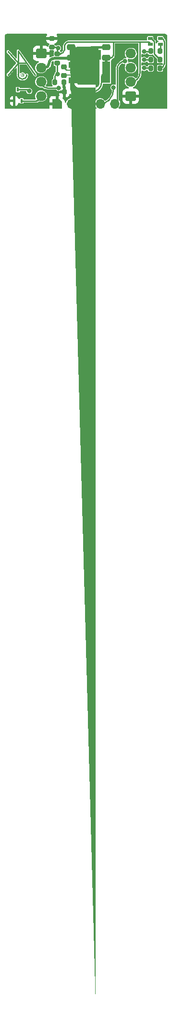
<source format=gbr>
%TF.GenerationSoftware,KiCad,Pcbnew,(6.0.5-0)*%
%TF.CreationDate,2022-06-28T11:24:23+01:00*%
%TF.ProjectId,M125,4d313235-2e6b-4696-9361-645f70636258,1*%
%TF.SameCoordinates,Original*%
%TF.FileFunction,Copper,L2,Bot*%
%TF.FilePolarity,Positive*%
%FSLAX46Y46*%
G04 Gerber Fmt 4.6, Leading zero omitted, Abs format (unit mm)*
G04 Created by KiCad (PCBNEW (6.0.5-0)) date 2022-06-28 11:24:23*
%MOMM*%
%LPD*%
G01*
G04 APERTURE LIST*
G04 Aperture macros list*
%AMRoundRect*
0 Rectangle with rounded corners*
0 $1 Rounding radius*
0 $2 $3 $4 $5 $6 $7 $8 $9 X,Y pos of 4 corners*
0 Add a 4 corners polygon primitive as box body*
4,1,4,$2,$3,$4,$5,$6,$7,$8,$9,$2,$3,0*
0 Add four circle primitives for the rounded corners*
1,1,$1+$1,$2,$3*
1,1,$1+$1,$4,$5*
1,1,$1+$1,$6,$7*
1,1,$1+$1,$8,$9*
0 Add four rect primitives between the rounded corners*
20,1,$1+$1,$2,$3,$4,$5,0*
20,1,$1+$1,$4,$5,$6,$7,0*
20,1,$1+$1,$6,$7,$8,$9,0*
20,1,$1+$1,$8,$9,$2,$3,0*%
%AMOutline5P*
0 Free polygon, 5 corners , with rotation*
0 The origin of the aperture is its center*
0 number of corners: always 5*
0 $1 to $10 corner X, Y*
0 $11 Rotation angle, in degrees counterclockwise*
0 create outline with 5 corners*
4,1,5,$1,$2,$3,$4,$5,$6,$7,$8,$9,$10,$1,$2,$11*%
%AMOutline6P*
0 Free polygon, 6 corners , with rotation*
0 The origin of the aperture is its center*
0 number of corners: always 6*
0 $1 to $12 corner X, Y*
0 $13 Rotation angle, in degrees counterclockwise*
0 create outline with 6 corners*
4,1,6,$1,$2,$3,$4,$5,$6,$7,$8,$9,$10,$11,$12,$1,$2,$13*%
%AMOutline7P*
0 Free polygon, 7 corners , with rotation*
0 The origin of the aperture is its center*
0 number of corners: always 7*
0 $1 to $14 corner X, Y*
0 $15 Rotation angle, in degrees counterclockwise*
0 create outline with 7 corners*
4,1,7,$1,$2,$3,$4,$5,$6,$7,$8,$9,$10,$11,$12,$13,$14,$1,$2,$15*%
%AMOutline8P*
0 Free polygon, 8 corners , with rotation*
0 The origin of the aperture is its center*
0 number of corners: always 8*
0 $1 to $16 corner X, Y*
0 $17 Rotation angle, in degrees counterclockwise*
0 create outline with 8 corners*
4,1,8,$1,$2,$3,$4,$5,$6,$7,$8,$9,$10,$11,$12,$13,$14,$15,$16,$1,$2,$17*%
%AMFreePoly0*
4,1,43,1.487500,0.558253,1.533253,0.512500,1.550000,0.450000,1.535584,0.322050,1.493057,0.200517,1.424553,0.091493,1.333507,0.000447,1.224483,-0.068057,1.102950,-0.110584,0.975000,-0.125000,-0.975000,-0.125000,-1.102950,-0.110584,-1.224483,-0.068057,-1.333507,0.000447,-1.424553,0.091493,-1.493057,0.200517,-1.535584,0.322050,-1.550000,0.450000,-1.533253,0.512500,-1.487500,0.558253,
-1.425000,0.575000,-1.362500,0.558253,-1.316747,0.512500,-1.300000,0.450000,-1.302546,0.440498,-1.287946,0.348318,-1.241208,0.256589,-1.168411,0.183792,-1.076682,0.137054,-0.984502,0.122454,-0.975000,0.125000,0.975000,0.125000,0.984502,0.122454,1.076682,0.137054,1.168411,0.183792,1.241208,0.256589,1.287946,0.348318,1.302546,0.440498,1.300000,0.450000,1.316747,0.512500,
1.362500,0.558253,1.425000,0.575000,1.487500,0.558253,1.487500,0.558253,$1*%
%AMFreePoly1*
4,1,24,1.427950,0.110584,1.549483,0.068057,1.658507,-0.000447,1.749553,-0.091493,1.818057,-0.200517,1.860584,-0.322050,1.875000,-0.450000,1.858253,-0.512500,1.812500,-0.558253,1.750000,-0.575000,1.687500,-0.558253,1.641747,-0.512500,1.625000,-0.450000,1.627546,-0.440498,1.612946,-0.348318,1.566208,-0.256589,1.493411,-0.183792,1.401682,-0.137054,1.309502,-0.122454,1.300000,-0.125000,
-1.300000,-0.125000,-1.300000,0.125000,1.300000,0.125000,1.427950,0.110584,1.427950,0.110584,$1*%
%AMFreePoly2*
4,1,38,0.002189,0.249996,0.197482,0.234301,0.387930,0.188279,0.568848,0.113063,0.735789,0.010500,0.884653,-0.116889,1.011783,-0.265975,1.114054,-0.433096,1.188954,-0.614144,1.234643,-0.804672,1.250000,-1.000000,1.230970,-1.095671,1.176777,-1.176777,1.095671,-1.230970,1.000000,-1.250000,0.904329,-1.230970,0.823223,-1.176777,0.769030,-1.095671,0.750000,-1.000000,0.752427,-0.987797,
0.739179,-0.853136,0.696387,-0.711903,0.626892,-0.581717,0.533360,-0.467570,0.419376,-0.373839,0.289312,-0.304117,0.148154,-0.261078,0.013520,-0.247595,0.001309,-0.250002,-0.094329,-0.230805,-0.175340,-0.176470,-0.229392,-0.095270,-0.248255,0.000434,-0.229058,0.096072,-0.174723,0.177083,-0.093523,0.231135,0.002181,0.249998,0.002189,0.249996,0.002189,0.249996,$1*%
%AMFreePoly3*
4,1,72,6.695652,0.230924,6.776741,0.176741,6.830924,0.095652,6.849950,0.000000,6.830924,-0.095652,6.776741,-0.176741,6.695652,-0.230924,6.600000,-0.249950,5.112450,-0.249950,5.112450,-1.380300,5.176741,-1.423259,5.230924,-1.504348,5.249950,-1.600000,5.249950,-6.400000,5.236501,-6.536553,5.196669,-6.667859,5.131987,-6.788871,5.044939,-6.894939,4.938871,-6.981987,4.817859,-7.046669,
4.686553,-7.086501,4.550000,-7.099950,1.550000,-7.099950,1.413447,-7.086501,1.282141,-7.046669,1.161129,-6.981987,1.055061,-6.894939,0.968013,-6.788871,0.903331,-6.667859,0.863499,-6.536553,0.850050,-6.400000,0.850050,-5.900000,0.869076,-5.804348,0.923259,-5.723259,1.004348,-5.669076,1.100000,-5.650050,1.195652,-5.669076,1.276741,-5.723259,1.330924,-5.804348,1.349950,-5.900000,
1.349950,-6.400000,1.348562,-6.406980,1.357369,-6.462590,1.386138,-6.519052,1.430948,-6.563862,1.487410,-6.592631,1.543020,-6.601438,1.550000,-6.600050,4.550000,-6.600050,4.556980,-6.601438,4.612590,-6.592631,4.669052,-6.563862,4.713862,-6.519052,4.742631,-6.462590,4.751438,-6.406980,4.750050,-6.400000,4.750050,-1.819700,4.685759,-1.776741,4.631576,-1.695652,4.612550,-1.600000,
4.612550,-0.249950,0.000000,-0.249950,-0.095652,-0.230924,-0.176741,-0.176741,-0.230924,-0.095652,-0.249950,0.000000,-0.230924,0.095652,-0.176741,0.176741,-0.095652,0.230924,0.000000,0.249950,6.600000,0.249950,6.695652,0.230924,6.695652,0.230924,$1*%
G04 Aperture macros list end*
%TA.AperFunction,EtchedComponent*%
%ADD10C,0.080000*%
%TD*%
%TA.AperFunction,EtchedComponent*%
%ADD11C,0.250000*%
%TD*%
%TA.AperFunction,SMDPad,CuDef*%
%ADD12RoundRect,0.225000X-0.250000X0.225000X-0.250000X-0.225000X0.250000X-0.225000X0.250000X0.225000X0*%
%TD*%
%TA.AperFunction,SMDPad,CuDef*%
%ADD13RoundRect,0.249375X-0.463125X-0.625625X0.463125X-0.625625X0.463125X0.625625X-0.463125X0.625625X0*%
%TD*%
%TA.AperFunction,SMDPad,CuDef*%
%ADD14FreePoly0,0.000000*%
%TD*%
%TA.AperFunction,SMDPad,CuDef*%
%ADD15R,2.000000X0.500000*%
%TD*%
%TA.AperFunction,SMDPad,CuDef*%
%ADD16R,1.425000X3.700000*%
%TD*%
%TA.AperFunction,SMDPad,CuDef*%
%ADD17FreePoly1,0.000000*%
%TD*%
%TA.AperFunction,SMDPad,CuDef*%
%ADD18R,0.600000X1.100000*%
%TD*%
%TA.AperFunction,SMDPad,CuDef*%
%ADD19R,0.500000X2.000000*%
%TD*%
%TA.AperFunction,SMDPad,CuDef*%
%ADD20RoundRect,0.250000X0.475000X-0.250000X0.475000X0.250000X-0.475000X0.250000X-0.475000X-0.250000X0*%
%TD*%
%TA.AperFunction,SMDPad,CuDef*%
%ADD21FreePoly2,0.000000*%
%TD*%
%TA.AperFunction,SMDPad,CuDef*%
%ADD22FreePoly3,0.000000*%
%TD*%
%TA.AperFunction,SMDPad,CuDef*%
%ADD23R,0.500000X4.000000*%
%TD*%
%TA.AperFunction,ComponentPad*%
%ADD24RoundRect,0.250000X-0.675000X0.600000X-0.675000X-0.600000X0.675000X-0.600000X0.675000X0.600000X0*%
%TD*%
%TA.AperFunction,ComponentPad*%
%ADD25O,1.850000X1.700000*%
%TD*%
%TA.AperFunction,ComponentPad*%
%ADD26RoundRect,0.250000X0.675000X-0.600000X0.675000X0.600000X-0.675000X0.600000X-0.675000X-0.600000X0*%
%TD*%
%TA.AperFunction,ComponentPad*%
%ADD27Outline5P,-0.850000X0.850000X0.850000X0.850000X0.850000X-0.850000X-0.340000X-0.850000X-0.850000X-0.340000X180.000000*%
%TD*%
%TA.AperFunction,ComponentPad*%
%ADD28O,1.700000X1.700000*%
%TD*%
%TA.AperFunction,SMDPad,CuDef*%
%ADD29RoundRect,0.200000X0.200000X0.275000X-0.200000X0.275000X-0.200000X-0.275000X0.200000X-0.275000X0*%
%TD*%
%TA.AperFunction,SMDPad,CuDef*%
%ADD30RoundRect,0.200000X-0.200000X-0.275000X0.200000X-0.275000X0.200000X0.275000X-0.200000X0.275000X0*%
%TD*%
%TA.AperFunction,SMDPad,CuDef*%
%ADD31RoundRect,0.200000X-0.275000X0.200000X-0.275000X-0.200000X0.275000X-0.200000X0.275000X0.200000X0*%
%TD*%
%TA.AperFunction,SMDPad,CuDef*%
%ADD32R,0.850000X0.500000*%
%TD*%
%TA.AperFunction,SMDPad,CuDef*%
%ADD33RoundRect,0.200000X0.275000X-0.200000X0.275000X0.200000X-0.275000X0.200000X-0.275000X-0.200000X0*%
%TD*%
%TA.AperFunction,SMDPad,CuDef*%
%ADD34R,0.450000X0.700000*%
%TD*%
%TA.AperFunction,ViaPad*%
%ADD35C,0.800000*%
%TD*%
%TA.AperFunction,Conductor*%
%ADD36C,0.500000*%
%TD*%
%TA.AperFunction,Conductor*%
%ADD37C,0.250000*%
%TD*%
G04 APERTURE END LIST*
D10*
%TO.C,Logo1*%
X88910000Y-45920000D02*
X88810000Y-45920000D01*
D11*
X88060000Y-41710000D02*
X88060000Y-45910000D01*
D10*
X88910000Y-45760000D02*
X88910000Y-46060000D01*
D11*
X86260000Y-41810000D02*
X88060000Y-43810000D01*
X88060000Y-43810000D02*
X86260000Y-45910000D01*
D10*
X88810000Y-45920000D02*
X88710000Y-46060000D01*
D11*
X88060000Y-43810000D02*
X89560000Y-43810000D01*
X88060000Y-41710000D02*
X91060000Y-45910000D01*
D10*
X88910000Y-45760000D02*
X88810000Y-45760000D01*
X88810000Y-45760000D02*
G75*
G03*
X88810000Y-45920000I0J-80000D01*
G01*
D11*
X88060000Y-45910000D02*
G75*
G03*
X89560000Y-45910000I750000J0D01*
G01*
D10*
X89130000Y-45920000D02*
G75*
G03*
X89130000Y-45920000I-300000J0D01*
G01*
%TD*%
D12*
%TO.P,U2,*%
%TO.N,*%
X96100000Y-44495000D03*
D13*
X98997500Y-42350000D03*
D14*
X97725000Y-45070000D03*
D15*
X100100000Y-44170000D03*
D16*
X100600000Y-45470000D03*
D17*
X97400000Y-45970000D03*
D18*
X99150000Y-44170000D03*
D12*
X96100000Y-46045000D03*
D19*
X99150000Y-43220000D03*
D18*
X99150000Y-46870000D03*
%TO.P,U2,1,SHDN*%
%TO.N,DC*%
X97250000Y-44170000D03*
D20*
%TO.P,U2,2,VIN*%
X97350000Y-42920000D03*
D18*
X98200000Y-44170000D03*
D21*
X97140000Y-42970000D03*
D20*
%TO.P,U2,3,GND*%
%TO.N,GND*%
X103600000Y-41020000D03*
X97350000Y-41020000D03*
D22*
X97100000Y-41020000D03*
D13*
X101962500Y-42350000D03*
D18*
X98200000Y-46870000D03*
D23*
%TO.P,U2,4,VOUT*%
%TO.N,+3V3*%
X103600000Y-44720000D03*
D20*
X103600000Y-42920000D03*
D16*
X103600000Y-45470000D03*
D18*
%TO.P,U2,5,FB*%
%TO.N,Net-(R5-Pad2)*%
X97250000Y-46870000D03*
%TD*%
D24*
%TO.P,J1,1,Pin_1*%
%TO.N,GND*%
X92100000Y-42150000D03*
D25*
%TO.P,J1,2,Pin_2*%
%TO.N,DC*%
X92100000Y-44650000D03*
%TO.P,J1,3,Pin_3*%
%TO.N,DATA*%
X92100000Y-47150000D03*
%TO.P,J1,4,Pin_4*%
%TO.N,Net-(J1-Pad4)*%
X92100000Y-49650000D03*
%TD*%
D26*
%TO.P,J2,1,Pin_1*%
%TO.N,GND*%
X107900000Y-49650000D03*
D25*
%TO.P,J2,2,Pin_2*%
%TO.N,+3V3*%
X107900000Y-47150000D03*
%TO.P,J2,3,Pin_3*%
%TO.N,NFCRX*%
X107900000Y-44650000D03*
%TO.P,J2,4,Pin_4*%
%TO.N,NFCTX*%
X107900000Y-42150000D03*
%TD*%
D27*
%TO.P,J3,1,GND*%
%TO.N,GND*%
X94920000Y-51000000D03*
D28*
%TO.P,J3,2,0*%
%TO.N,GPIO0*%
X97460000Y-51000000D03*
%TO.P,J3,3,3V3*%
%TO.N,+3V3*%
X100000000Y-51000000D03*
%TO.P,J3,4,Rx*%
%TO.N,RX*%
X102540000Y-51000000D03*
%TO.P,J3,5,Tx*%
%TO.N,TX*%
X105080000Y-51000000D03*
%TD*%
D29*
%TO.P,R2,1*%
%TO.N,Net-(D1-Pad3)*%
X113050000Y-44750000D03*
%TO.P,R2,2*%
%TO.N,G*%
X111400000Y-44750000D03*
%TD*%
%TO.P,C1,1*%
%TO.N,GND*%
X96075000Y-47200000D03*
%TO.P,C1,2*%
%TO.N,EN*%
X94525000Y-47200000D03*
%TD*%
D30*
%TO.P,R6,1*%
%TO.N,GND*%
X96175000Y-48900000D03*
%TO.P,R6,2*%
%TO.N,Net-(R5-Pad2)*%
X97825000Y-48900000D03*
%TD*%
D29*
%TO.P,R5,1*%
%TO.N,+3V3*%
X100425000Y-48900000D03*
%TO.P,R5,2*%
%TO.N,Net-(R5-Pad2)*%
X98775000Y-48900000D03*
%TD*%
%TO.P,R1,1*%
%TO.N,Net-(D1-Pad2)*%
X113050000Y-41750000D03*
%TO.P,R1,2*%
%TO.N,R*%
X111400000Y-41750000D03*
%TD*%
%TO.P,R3,1*%
%TO.N,Net-(D1-Pad4)*%
X113050000Y-43250000D03*
%TO.P,R3,2*%
%TO.N,B*%
X111400000Y-43250000D03*
%TD*%
D31*
%TO.P,R4,1*%
%TO.N,+3V3*%
X94900000Y-42175000D03*
%TO.P,R4,2*%
%TO.N,EN*%
X94900000Y-43825000D03*
%TD*%
D32*
%TO.P,D1,1,A*%
%TO.N,+3V3*%
X111350000Y-40500000D03*
%TO.P,D1,2,RK*%
%TO.N,Net-(D1-Pad2)*%
X113100000Y-40500000D03*
%TO.P,D1,3,GK*%
%TO.N,Net-(D1-Pad3)*%
X113100000Y-39500000D03*
%TO.P,D1,4,BK*%
%TO.N,Net-(D1-Pad4)*%
X111350000Y-39500000D03*
%TD*%
D33*
%TO.P,C2,1*%
%TO.N,+3V3*%
X93990000Y-41055000D03*
%TO.P,C2,2*%
%TO.N,GND*%
X93990000Y-39505000D03*
%TD*%
D34*
%TO.P,Q1,1,G*%
%TO.N,Net-(J1-Pad4)*%
X88650000Y-50500000D03*
%TO.P,Q1,2,S*%
%TO.N,GND*%
X87350000Y-50500000D03*
%TO.P,Q1,3,D*%
%TO.N,SEND*%
X88000000Y-48500000D03*
%TD*%
D35*
%TO.N,GND*%
X100500000Y-42250000D03*
%TO.N,TX*%
X106900000Y-43500000D03*
%TO.N,RX*%
X104850500Y-48123144D03*
%TO.N,EN*%
X95000000Y-45800000D03*
%TO.N,DATA*%
X95200000Y-48200000D03*
%TO.N,R*%
X110250000Y-41785636D03*
%TO.N,G*%
X110250000Y-44700000D03*
%TO.N,B*%
X110250000Y-43250000D03*
%TO.N,+3V3*%
X95100000Y-41200000D03*
%TO.N,SEND*%
X90000000Y-48750000D03*
%TD*%
D36*
%TO.N,GND*%
X102012500Y-42330000D02*
X100693137Y-42330000D01*
X100499989Y-42250011D02*
G75*
G03*
X100693137Y-42330000I193111J193111D01*
G01*
D37*
%TO.N,TX*%
X105500000Y-50580000D02*
X105500000Y-44900000D01*
X105500000Y-50580000D02*
G75*
G02*
X105080000Y-51000000I-420000J0D01*
G01*
X106900000Y-43500000D02*
G75*
G03*
X105500000Y-44900000I0J-1400000D01*
G01*
%TO.N,RX*%
X104100000Y-50300000D02*
X104008112Y-50391888D01*
X104850500Y-48123144D02*
X104850500Y-48488133D01*
X104099990Y-50299990D02*
G75*
G03*
X104850500Y-48488133I-1811890J1811890D01*
G01*
X102540000Y-51000006D02*
G75*
G03*
X104008111Y-50391887I0J2076206D01*
G01*
%TO.N,Net-(D1-Pad2)*%
X113100000Y-40500000D02*
X113100000Y-41629290D01*
X113050003Y-41750003D02*
G75*
G03*
X113100000Y-41629290I-120703J120703D01*
G01*
%TO.N,EN*%
X94900000Y-45700000D02*
X94900000Y-43825000D01*
X94525000Y-46275000D02*
X94525000Y-47200000D01*
X94900000Y-45700000D02*
G75*
G03*
X95000000Y-45800000I100000J0D01*
G01*
X94525000Y-46275000D02*
G75*
G02*
X95000000Y-45800000I475000J0D01*
G01*
D36*
%TO.N,DC*%
X92100000Y-44650000D02*
X92750000Y-44650000D01*
D37*
X98250000Y-44150000D02*
X97300000Y-44150000D01*
D36*
X94400000Y-43000000D02*
X97300000Y-43000000D01*
X97400000Y-42900000D02*
G75*
G02*
X97300000Y-43000000I-100000J0D01*
G01*
X94400000Y-43000000D02*
G75*
G03*
X93500000Y-43900000I0J-900000D01*
G01*
X93500000Y-43900000D02*
G75*
G02*
X92750000Y-44650000I-750000J0D01*
G01*
D37*
%TO.N,DATA*%
X95200000Y-48200000D02*
X93150000Y-48200000D01*
X92100000Y-47150000D02*
G75*
G03*
X93150000Y-48200000I1050000J0D01*
G01*
%TO.N,Net-(D1-Pad3)*%
X113775000Y-40000000D02*
X113775000Y-44025000D01*
X113100000Y-39500000D02*
X113275000Y-39500000D01*
X113050000Y-44750000D02*
G75*
G03*
X113775000Y-44025000I0J725000D01*
G01*
X113775000Y-40000000D02*
G75*
G03*
X113275000Y-39500000I-500000J0D01*
G01*
%TO.N,Net-(D1-Pad4)*%
X112049520Y-42224666D02*
X112049520Y-40024520D01*
X113050000Y-43250000D02*
X112049520Y-42224666D01*
X112049520Y-40024520D02*
X111648744Y-39623744D01*
X111350000Y-39500004D02*
G75*
G02*
X111648744Y-39623744I0J-422496D01*
G01*
%TO.N,R*%
X110250000Y-41785636D02*
X111364364Y-41785636D01*
X111400036Y-41750000D02*
G75*
G02*
X111364364Y-41785636I-35636J0D01*
G01*
%TO.N,G*%
X110250000Y-44700000D02*
X111350000Y-44700000D01*
X111400000Y-44750000D02*
G75*
G03*
X111350000Y-44700000I-50000J0D01*
G01*
%TO.N,B*%
X110250000Y-43250000D02*
X111400000Y-43250000D01*
%TO.N,Net-(J1-Pad4)*%
X88650000Y-50500000D02*
X91250000Y-50500000D01*
X92100000Y-49650000D02*
G75*
G02*
X91250000Y-50500000I-850000J0D01*
G01*
%TO.N,+3V3*%
X94900000Y-41400000D02*
X94900000Y-42175000D01*
X97100000Y-40100000D02*
X104800000Y-40100000D01*
X100425000Y-48900000D02*
X101100000Y-48900000D01*
X100425000Y-48900000D02*
X100425000Y-49973960D01*
X109090000Y-40100000D02*
X109600000Y-40100000D01*
X104400000Y-42900000D02*
X103650000Y-42900000D01*
X109600000Y-40100000D02*
X110950000Y-40100000D01*
X102750000Y-47250000D02*
X102750000Y-46350000D01*
X95525000Y-42175000D02*
X94900000Y-42175000D01*
X109520000Y-45530000D02*
X109520000Y-40180000D01*
X104800000Y-40100000D02*
X109090000Y-40100000D01*
X93990000Y-41055000D02*
X94955000Y-41055000D01*
X96200000Y-41000000D02*
X96200000Y-41500000D01*
X104800000Y-40100000D02*
X104800000Y-42500000D01*
X104400000Y-42900000D02*
G75*
G03*
X104800000Y-42500000I0J400000D01*
G01*
X109600000Y-40100000D02*
G75*
G03*
X109520000Y-40180000I0J-80000D01*
G01*
X94900000Y-41400000D02*
G75*
G02*
X95100000Y-41200000I200000J0D01*
G01*
X95100000Y-41200000D02*
G75*
G03*
X94955000Y-41055000I-145000J0D01*
G01*
X103650000Y-45450000D02*
G75*
G03*
X102750000Y-46350000I0J-900000D01*
G01*
X95525000Y-42175000D02*
G75*
G03*
X96200000Y-41500000I0J675000D01*
G01*
X100000012Y-51000012D02*
G75*
G03*
X100425000Y-49973960I-1026012J1026012D01*
G01*
X111350000Y-40500000D02*
G75*
G03*
X110950000Y-40100000I-400000J0D01*
G01*
X96200000Y-41000000D02*
G75*
G02*
X97100000Y-40100000I900000J0D01*
G01*
X109520000Y-45530000D02*
G75*
G02*
X107900000Y-47150000I-1620000J0D01*
G01*
X102750000Y-47250000D02*
G75*
G02*
X101100000Y-48900000I-1650000J0D01*
G01*
%TO.N,SEND*%
X88000000Y-48500000D02*
X89750000Y-48500000D01*
X90000000Y-48750000D02*
G75*
G03*
X89750000Y-48500000I-250000J0D01*
G01*
%TO.N,Net-(R5-Pad2)*%
X97300000Y-48375000D02*
X97300000Y-46850000D01*
X97825000Y-48900000D02*
X98775000Y-48900000D01*
X97300000Y-48375000D02*
G75*
G03*
X97825000Y-48900000I525000J0D01*
G01*
%TD*%
%TA.AperFunction,Conductor*%
%TO.N,GND*%
G36*
X93097847Y-38720502D02*
G01*
X93144340Y-38774158D01*
X93154444Y-38844432D01*
X93137502Y-38891772D01*
X93068921Y-39005012D01*
X93062715Y-39018757D01*
X93015744Y-39168644D01*
X93013131Y-39181694D01*
X93008087Y-39236586D01*
X93011475Y-39248124D01*
X93012865Y-39249329D01*
X93020548Y-39251000D01*
X94954884Y-39251000D01*
X94970123Y-39246525D01*
X94971328Y-39245135D01*
X94972291Y-39240706D01*
X94966868Y-39181685D01*
X94964257Y-39168649D01*
X94917285Y-39018757D01*
X94911079Y-39005012D01*
X94842498Y-38891772D01*
X94824319Y-38823142D01*
X94846129Y-38755579D01*
X94901005Y-38710532D01*
X94950274Y-38700500D01*
X113962920Y-38700500D01*
X113980243Y-38702466D01*
X113985811Y-38702476D01*
X113999641Y-38705656D01*
X114010806Y-38703130D01*
X114022451Y-38704056D01*
X114072845Y-38712038D01*
X114110330Y-38724218D01*
X114158264Y-38748641D01*
X114190155Y-38771812D01*
X114228188Y-38809845D01*
X114251359Y-38841736D01*
X114275781Y-38889668D01*
X114287963Y-38927159D01*
X114295952Y-38977604D01*
X114296827Y-38988842D01*
X114294344Y-38999641D01*
X114297475Y-39013480D01*
X114297467Y-39018309D01*
X114299500Y-39036504D01*
X114299500Y-51773500D01*
X114279498Y-51841621D01*
X114225842Y-51888114D01*
X114173500Y-51899500D01*
X105867484Y-51899500D01*
X105799363Y-51879498D01*
X105752870Y-51825842D01*
X105742766Y-51755568D01*
X105772103Y-51691169D01*
X105876953Y-51569699D01*
X105876958Y-51569692D01*
X105880982Y-51565030D01*
X105975476Y-51398691D01*
X106035861Y-51217166D01*
X106047125Y-51128000D01*
X106059396Y-51030872D01*
X106059397Y-51030863D01*
X106059838Y-51027369D01*
X106060220Y-51000000D01*
X106041552Y-50809608D01*
X105986259Y-50626467D01*
X105978114Y-50611149D01*
X105899342Y-50463001D01*
X105899341Y-50462999D01*
X105896446Y-50457555D01*
X105892552Y-50452780D01*
X105892545Y-50452770D01*
X105778857Y-50313375D01*
X105772001Y-50297095D01*
X106467001Y-50297095D01*
X106467338Y-50303614D01*
X106477257Y-50399206D01*
X106480149Y-50412600D01*
X106531588Y-50566784D01*
X106537761Y-50579962D01*
X106623063Y-50717807D01*
X106632099Y-50729208D01*
X106746829Y-50843739D01*
X106758240Y-50852751D01*
X106896243Y-50937816D01*
X106909424Y-50943963D01*
X107063710Y-50995138D01*
X107077086Y-50998005D01*
X107171438Y-51007672D01*
X107177854Y-51008000D01*
X107627885Y-51008000D01*
X107643124Y-51003525D01*
X107644329Y-51002135D01*
X107646000Y-50994452D01*
X107646000Y-50989884D01*
X108154000Y-50989884D01*
X108158475Y-51005123D01*
X108159865Y-51006328D01*
X108167548Y-51007999D01*
X108622095Y-51007999D01*
X108628614Y-51007662D01*
X108724206Y-50997743D01*
X108737600Y-50994851D01*
X108891784Y-50943412D01*
X108904962Y-50937239D01*
X109042807Y-50851937D01*
X109054208Y-50842901D01*
X109168739Y-50728171D01*
X109177751Y-50716760D01*
X109262816Y-50578757D01*
X109268963Y-50565576D01*
X109320138Y-50411290D01*
X109323005Y-50397914D01*
X109332672Y-50303562D01*
X109333000Y-50297146D01*
X109333000Y-49922115D01*
X109328525Y-49906876D01*
X109327135Y-49905671D01*
X109319452Y-49904000D01*
X108172115Y-49904000D01*
X108156876Y-49908475D01*
X108155671Y-49909865D01*
X108154000Y-49917548D01*
X108154000Y-50989884D01*
X107646000Y-50989884D01*
X107646000Y-49922115D01*
X107641525Y-49906876D01*
X107640135Y-49905671D01*
X107632452Y-49904000D01*
X106485116Y-49904000D01*
X106469877Y-49908475D01*
X106468672Y-49909865D01*
X106467001Y-49917548D01*
X106467001Y-50297095D01*
X105772001Y-50297095D01*
X105751303Y-50247944D01*
X105750500Y-50233740D01*
X105750500Y-44937085D01*
X105752921Y-44912504D01*
X105752987Y-44912172D01*
X105752987Y-44912171D01*
X105755408Y-44900000D01*
X105752987Y-44887830D01*
X105752987Y-44877076D01*
X105753466Y-44866095D01*
X105761765Y-44771234D01*
X105767002Y-44711371D01*
X105770816Y-44689742D01*
X105777578Y-44664509D01*
X105816970Y-44517494D01*
X105824482Y-44496857D01*
X105899846Y-44335240D01*
X105910828Y-44316219D01*
X106013112Y-44170142D01*
X106027230Y-44153318D01*
X106153318Y-44027230D01*
X106170142Y-44013112D01*
X106316219Y-43910828D01*
X106335239Y-43899847D01*
X106404415Y-43867589D01*
X106474607Y-43856927D01*
X106534370Y-43881821D01*
X106634982Y-43959024D01*
X106642611Y-43962184D01*
X106755189Y-44008815D01*
X106755193Y-44008816D01*
X106762817Y-44011974D01*
X106770999Y-44013051D01*
X106771002Y-44013052D01*
X106821382Y-44019684D01*
X106859990Y-44024767D01*
X106924916Y-44053489D01*
X106964008Y-44112755D01*
X106964853Y-44183746D01*
X106956597Y-44205319D01*
X106905966Y-44308214D01*
X106884804Y-44389455D01*
X106869164Y-44449500D01*
X106856011Y-44499993D01*
X106855677Y-44506372D01*
X106847390Y-44664509D01*
X106845640Y-44697899D01*
X106865282Y-44827776D01*
X106872738Y-44877076D01*
X106875274Y-44893848D01*
X106877477Y-44899836D01*
X106877478Y-44899839D01*
X106879397Y-44905055D01*
X106943705Y-45079836D01*
X106947063Y-45085252D01*
X106947065Y-45085256D01*
X106984418Y-45145500D01*
X107048135Y-45248266D01*
X107052521Y-45252904D01*
X107170701Y-45377875D01*
X107184301Y-45392257D01*
X107189531Y-45395919D01*
X107189532Y-45395920D01*
X107204742Y-45406570D01*
X107346638Y-45505927D01*
X107528517Y-45584633D01*
X107534765Y-45585938D01*
X107534764Y-45585938D01*
X107717762Y-45624169D01*
X107717766Y-45624169D01*
X107722507Y-45625160D01*
X107728995Y-45625500D01*
X108024529Y-45625500D01*
X108101280Y-45617704D01*
X108165814Y-45611149D01*
X108165815Y-45611149D01*
X108172163Y-45610504D01*
X108361272Y-45551241D01*
X108534602Y-45455162D01*
X108685073Y-45326193D01*
X108688982Y-45321154D01*
X108802625Y-45174646D01*
X108802627Y-45174643D01*
X108806537Y-45169602D01*
X108810188Y-45162184D01*
X108891215Y-44997515D01*
X108894034Y-44991786D01*
X108921678Y-44885658D01*
X108942379Y-44806189D01*
X108942379Y-44806186D01*
X108943989Y-44800007D01*
X108951090Y-44664509D01*
X108954026Y-44608483D01*
X108954026Y-44608479D01*
X108954360Y-44602101D01*
X108931282Y-44449500D01*
X108925681Y-44412466D01*
X108925681Y-44412465D01*
X108924726Y-44406152D01*
X108922100Y-44399013D01*
X108891637Y-44316219D01*
X108856295Y-44220164D01*
X108852937Y-44214748D01*
X108852935Y-44214744D01*
X108779427Y-44096188D01*
X108751865Y-44051734D01*
X108678173Y-43973807D01*
X108620088Y-43912384D01*
X108620087Y-43912383D01*
X108615699Y-43907743D01*
X108608439Y-43902659D01*
X108558353Y-43867589D01*
X108453362Y-43794073D01*
X108271483Y-43715367D01*
X108217063Y-43703998D01*
X108082238Y-43675831D01*
X108082234Y-43675831D01*
X108077493Y-43674840D01*
X108071005Y-43674500D01*
X107775471Y-43674500D01*
X107708477Y-43681305D01*
X107634186Y-43688851D01*
X107634185Y-43688851D01*
X107627837Y-43689496D01*
X107583868Y-43703275D01*
X107512885Y-43704560D01*
X107452474Y-43667263D01*
X107421817Y-43603226D01*
X107421268Y-43566595D01*
X107428957Y-43508189D01*
X107428957Y-43508188D01*
X107430035Y-43500000D01*
X107411974Y-43362817D01*
X107365004Y-43249420D01*
X107357415Y-43178830D01*
X107389195Y-43115343D01*
X107450253Y-43079116D01*
X107519509Y-43081099D01*
X107522661Y-43082099D01*
X107528517Y-43084633D01*
X107534761Y-43085938D01*
X107534766Y-43085939D01*
X107717762Y-43124169D01*
X107717766Y-43124169D01*
X107722507Y-43125160D01*
X107728995Y-43125500D01*
X108024529Y-43125500D01*
X108124524Y-43115343D01*
X108165814Y-43111149D01*
X108165815Y-43111149D01*
X108172163Y-43110504D01*
X108361272Y-43051241D01*
X108534602Y-42955162D01*
X108685073Y-42826193D01*
X108688982Y-42821154D01*
X108802625Y-42674646D01*
X108802627Y-42674643D01*
X108806537Y-42669602D01*
X108810925Y-42660686D01*
X108891215Y-42497515D01*
X108894034Y-42491786D01*
X108923987Y-42376794D01*
X108942379Y-42306189D01*
X108942379Y-42306186D01*
X108943989Y-42300007D01*
X108948671Y-42210669D01*
X108954026Y-42108483D01*
X108954026Y-42108479D01*
X108954360Y-42102101D01*
X108924726Y-41906152D01*
X108919345Y-41891525D01*
X108897583Y-41832381D01*
X108856295Y-41720164D01*
X108852937Y-41714748D01*
X108852935Y-41714744D01*
X108787910Y-41609869D01*
X108751865Y-41551734D01*
X108688194Y-41484404D01*
X108620088Y-41412384D01*
X108620087Y-41412383D01*
X108615699Y-41407743D01*
X108453362Y-41294073D01*
X108271483Y-41215367D01*
X108158733Y-41191812D01*
X108082238Y-41175831D01*
X108082234Y-41175831D01*
X108077493Y-41174840D01*
X108071005Y-41174500D01*
X107775471Y-41174500D01*
X107705294Y-41181628D01*
X107634186Y-41188851D01*
X107634185Y-41188851D01*
X107627837Y-41189496D01*
X107438728Y-41248759D01*
X107265398Y-41344838D01*
X107114927Y-41473807D01*
X107111020Y-41478844D01*
X107111018Y-41478846D01*
X106997375Y-41625354D01*
X106997373Y-41625357D01*
X106993463Y-41630398D01*
X106990645Y-41636124D01*
X106990643Y-41636128D01*
X106949292Y-41720164D01*
X106905966Y-41808214D01*
X106887818Y-41877885D01*
X106865252Y-41964518D01*
X106856011Y-41999993D01*
X106855092Y-42017526D01*
X106847604Y-42160427D01*
X106845640Y-42197899D01*
X106875274Y-42393848D01*
X106877477Y-42399836D01*
X106877478Y-42399839D01*
X106895656Y-42449243D01*
X106943705Y-42579836D01*
X106947063Y-42585252D01*
X106947065Y-42585256D01*
X106978120Y-42635343D01*
X107048135Y-42748266D01*
X107061684Y-42762593D01*
X107064864Y-42765956D01*
X107097137Y-42829193D01*
X107090098Y-42899840D01*
X107045982Y-42955466D01*
X106978795Y-42978411D01*
X106956871Y-42977452D01*
X106908189Y-42971043D01*
X106908188Y-42971043D01*
X106900000Y-42969965D01*
X106762817Y-42988026D01*
X106634983Y-43040976D01*
X106525209Y-43125209D01*
X106520183Y-43131759D01*
X106454156Y-43217807D01*
X106440976Y-43234983D01*
X106425391Y-43272610D01*
X106380843Y-43327891D01*
X106353014Y-43342448D01*
X106223491Y-43390757D01*
X106212606Y-43394817D01*
X106005393Y-43507964D01*
X106001785Y-43510665D01*
X105819994Y-43646751D01*
X105819987Y-43646757D01*
X105816391Y-43649449D01*
X105649449Y-43816391D01*
X105646757Y-43819987D01*
X105646751Y-43819994D01*
X105570786Y-43921472D01*
X105507964Y-44005393D01*
X105394817Y-44212606D01*
X105393246Y-44216818D01*
X105316693Y-44422068D01*
X105312312Y-44433813D01*
X105311354Y-44438216D01*
X105311353Y-44438220D01*
X105296424Y-44506848D01*
X105262127Y-44664509D01*
X105259739Y-44697899D01*
X105246827Y-44878435D01*
X105245673Y-44894568D01*
X105244592Y-44900000D01*
X105247014Y-44912175D01*
X105247079Y-44912504D01*
X105249500Y-44937085D01*
X105249500Y-47531045D01*
X105229498Y-47599166D01*
X105175842Y-47645659D01*
X105105568Y-47655763D01*
X105075283Y-47647454D01*
X104995311Y-47614329D01*
X104995307Y-47614328D01*
X104987683Y-47611170D01*
X104979503Y-47610093D01*
X104979499Y-47610092D01*
X104858688Y-47594187D01*
X104850500Y-47593109D01*
X104713317Y-47611170D01*
X104585483Y-47664120D01*
X104475709Y-47748353D01*
X104391476Y-47858127D01*
X104338526Y-47985961D01*
X104320465Y-48123144D01*
X104338526Y-48260327D01*
X104391476Y-48388161D01*
X104429186Y-48437305D01*
X104470680Y-48491382D01*
X104470683Y-48491385D01*
X104475709Y-48497935D01*
X104482259Y-48502961D01*
X104482260Y-48502962D01*
X104541504Y-48548422D01*
X104583371Y-48605760D01*
X104590601Y-48655450D01*
X104585857Y-48739910D01*
X104584275Y-48753948D01*
X104576835Y-48797735D01*
X104543215Y-48995598D01*
X104540070Y-49009373D01*
X104472921Y-49242447D01*
X104472217Y-49244889D01*
X104467551Y-49258223D01*
X104459925Y-49276633D01*
X104373753Y-49484666D01*
X104367623Y-49497396D01*
X104316154Y-49590523D01*
X104249057Y-49711923D01*
X104241550Y-49723872D01*
X104099702Y-49923788D01*
X104090897Y-49934827D01*
X103946319Y-50096608D01*
X103938320Y-50103557D01*
X103938492Y-50103729D01*
X103929715Y-50112506D01*
X103919399Y-50119399D01*
X103912506Y-50129715D01*
X103912313Y-50130004D01*
X103896643Y-50149097D01*
X103857205Y-50188535D01*
X103838112Y-50204205D01*
X103827510Y-50211289D01*
X103820617Y-50221605D01*
X103811839Y-50230383D01*
X103811482Y-50230026D01*
X103804528Y-50237957D01*
X103657633Y-50366781D01*
X103644567Y-50376807D01*
X103510696Y-50466259D01*
X103442943Y-50487474D01*
X103374476Y-50468691D01*
X103343050Y-50441129D01*
X103239434Y-50314083D01*
X103239429Y-50314078D01*
X103235535Y-50309303D01*
X103228659Y-50303614D01*
X103092879Y-50191288D01*
X103088132Y-50187361D01*
X102984959Y-50131575D01*
X102925276Y-50099304D01*
X102925273Y-50099303D01*
X102919851Y-50096371D01*
X102816349Y-50064332D01*
X102742988Y-50041623D01*
X102742985Y-50041622D01*
X102737101Y-50039801D01*
X102730976Y-50039157D01*
X102730975Y-50039157D01*
X102552971Y-50020448D01*
X102552970Y-50020448D01*
X102546843Y-50019804D01*
X102429867Y-50030449D01*
X102362466Y-50036583D01*
X102362465Y-50036583D01*
X102356325Y-50037142D01*
X102172803Y-50091156D01*
X102167338Y-50094013D01*
X102008728Y-50176932D01*
X102008724Y-50176935D01*
X102003268Y-50179787D01*
X101998468Y-50183647D01*
X101998467Y-50183647D01*
X101921754Y-50245326D01*
X101854176Y-50299660D01*
X101731207Y-50446208D01*
X101728237Y-50451611D01*
X101728236Y-50451612D01*
X101727596Y-50452776D01*
X101639045Y-50613850D01*
X101637184Y-50619717D01*
X101637183Y-50619719D01*
X101594908Y-50752987D01*
X101581200Y-50796201D01*
X101559876Y-50986314D01*
X101561697Y-51007999D01*
X101571774Y-51128000D01*
X101575884Y-51176948D01*
X101587416Y-51217166D01*
X101626914Y-51354914D01*
X101628614Y-51360843D01*
X101631433Y-51366328D01*
X101713242Y-51525511D01*
X101713245Y-51525516D01*
X101716060Y-51530993D01*
X101834889Y-51680918D01*
X101839584Y-51684914D01*
X101840606Y-51685972D01*
X101873539Y-51748869D01*
X101867240Y-51819585D01*
X101823708Y-51875670D01*
X101749970Y-51899500D01*
X100787484Y-51899500D01*
X100719363Y-51879498D01*
X100672870Y-51825842D01*
X100662766Y-51755568D01*
X100692103Y-51691169D01*
X100796953Y-51569699D01*
X100796958Y-51569692D01*
X100800982Y-51565030D01*
X100895476Y-51398691D01*
X100955861Y-51217166D01*
X100967125Y-51128000D01*
X100979396Y-51030872D01*
X100979397Y-51030863D01*
X100979838Y-51027369D01*
X100980220Y-51000000D01*
X100961552Y-50809608D01*
X100906259Y-50626467D01*
X100898114Y-50611149D01*
X100819342Y-50463001D01*
X100819341Y-50462999D01*
X100816446Y-50457555D01*
X100695535Y-50309303D01*
X100696043Y-50308888D01*
X100664355Y-50250375D01*
X100664027Y-50204769D01*
X100663225Y-50204663D01*
X100663763Y-50200573D01*
X100664568Y-50196528D01*
X100664912Y-50191288D01*
X100674836Y-50039801D01*
X100678533Y-49983378D01*
X100680408Y-49973953D01*
X100677922Y-49961457D01*
X100675500Y-49936872D01*
X100675500Y-49590872D01*
X100695502Y-49522751D01*
X100748250Y-49476677D01*
X100804586Y-49450407D01*
X100804587Y-49450406D01*
X100814579Y-49445747D01*
X100895747Y-49364579D01*
X100924627Y-49302647D01*
X100940184Y-49269284D01*
X100940185Y-49269282D01*
X100944259Y-49260545D01*
X100945518Y-49250984D01*
X100948006Y-49242447D01*
X100986271Y-49182645D01*
X101050793Y-49153023D01*
X101075415Y-49153658D01*
X101075415Y-49152987D01*
X101087827Y-49152987D01*
X101100000Y-49155408D01*
X101106223Y-49154170D01*
X101116204Y-49153516D01*
X101116205Y-49153516D01*
X101344482Y-49138554D01*
X101344486Y-49138553D01*
X101348597Y-49138284D01*
X101352637Y-49137480D01*
X101352640Y-49137480D01*
X101588896Y-49090486D01*
X101588902Y-49090484D01*
X101592941Y-49089681D01*
X101596845Y-49088356D01*
X101596848Y-49088355D01*
X101824944Y-49010927D01*
X101824945Y-49010926D01*
X101828850Y-49009601D01*
X101955034Y-48947374D01*
X102048585Y-48901240D01*
X102048590Y-48901237D01*
X102052289Y-48899413D01*
X102164916Y-48824158D01*
X102256003Y-48763296D01*
X102256008Y-48763292D01*
X102259434Y-48761003D01*
X102262528Y-48758289D01*
X102262534Y-48758285D01*
X102443651Y-48599449D01*
X102446740Y-48596740D01*
X102489114Y-48548422D01*
X102608285Y-48412534D01*
X102608289Y-48412528D01*
X102611003Y-48409434D01*
X102624805Y-48388779D01*
X102729568Y-48231989D01*
X102749413Y-48202289D01*
X102762456Y-48175842D01*
X102834692Y-48029360D01*
X102859601Y-47978850D01*
X102860927Y-47974944D01*
X102938355Y-47746848D01*
X102938356Y-47746845D01*
X102939681Y-47742941D01*
X102941013Y-47736248D01*
X102978672Y-47546919D01*
X103011579Y-47484009D01*
X103073274Y-47448877D01*
X103102251Y-47445500D01*
X104254105Y-47445499D01*
X104324862Y-47445499D01*
X104361468Y-47438219D01*
X104402981Y-47410481D01*
X104418314Y-47387534D01*
X104423824Y-47379288D01*
X104423825Y-47379286D01*
X104430719Y-47368968D01*
X104438000Y-47332363D01*
X104437999Y-43607638D01*
X104430719Y-43571032D01*
X104423826Y-43560715D01*
X104423297Y-43559439D01*
X104415708Y-43488850D01*
X104438355Y-43436363D01*
X104472041Y-43390757D01*
X104472042Y-43390754D01*
X104477634Y-43383184D01*
X104522519Y-43255369D01*
X104525500Y-43223834D01*
X104526832Y-43223960D01*
X104548306Y-43161809D01*
X104609366Y-43115914D01*
X104677348Y-43092126D01*
X104684027Y-43089789D01*
X104697857Y-43081099D01*
X104802156Y-43015563D01*
X104802157Y-43015562D01*
X104808146Y-43011799D01*
X104911799Y-42908146D01*
X104917417Y-42899206D01*
X104986026Y-42790016D01*
X104986027Y-42790015D01*
X104989789Y-42784027D01*
X105033252Y-42659815D01*
X105035866Y-42652345D01*
X105038203Y-42645666D01*
X105053581Y-42509184D01*
X105055408Y-42500000D01*
X105052921Y-42487496D01*
X105050500Y-42462915D01*
X105050500Y-40476500D01*
X105070502Y-40408379D01*
X105124158Y-40361886D01*
X105176500Y-40350500D01*
X109143500Y-40350500D01*
X109211621Y-40370502D01*
X109258114Y-40424158D01*
X109269500Y-40476500D01*
X109269500Y-45492915D01*
X109267079Y-45517496D01*
X109264592Y-45530000D01*
X109267014Y-45542173D01*
X109267014Y-45554581D01*
X109266122Y-45554581D01*
X109266742Y-45565050D01*
X109254349Y-45722507D01*
X109253417Y-45734352D01*
X109250324Y-45753879D01*
X109208141Y-45929589D01*
X109204787Y-45943558D01*
X109198679Y-45962357D01*
X109124026Y-46142583D01*
X109115056Y-46160188D01*
X109013128Y-46326521D01*
X109001512Y-46342509D01*
X108880186Y-46484564D01*
X108820736Y-46523372D01*
X108749742Y-46523878D01*
X108692831Y-46489307D01*
X108615699Y-46407743D01*
X108609106Y-46403126D01*
X108531797Y-46348994D01*
X108453362Y-46294073D01*
X108271483Y-46215367D01*
X108226417Y-46205952D01*
X108082238Y-46175831D01*
X108082234Y-46175831D01*
X108077493Y-46174840D01*
X108071005Y-46174500D01*
X107775471Y-46174500D01*
X107705294Y-46181628D01*
X107634186Y-46188851D01*
X107634185Y-46188851D01*
X107627837Y-46189496D01*
X107438728Y-46248759D01*
X107265398Y-46344838D01*
X107114927Y-46473807D01*
X107111020Y-46478844D01*
X107111018Y-46478846D01*
X106997375Y-46625354D01*
X106997373Y-46625357D01*
X106993463Y-46630398D01*
X106990645Y-46636124D01*
X106990643Y-46636128D01*
X106908785Y-46802485D01*
X106905966Y-46808214D01*
X106856011Y-46999993D01*
X106845640Y-47197899D01*
X106861082Y-47300007D01*
X106869671Y-47356796D01*
X106875274Y-47393848D01*
X106877477Y-47399836D01*
X106877478Y-47399839D01*
X106892162Y-47439748D01*
X106943705Y-47579836D01*
X106947063Y-47585252D01*
X106947065Y-47585256D01*
X106995809Y-47663872D01*
X107048135Y-47748266D01*
X107052521Y-47752904D01*
X107172562Y-47879843D01*
X107184301Y-47892257D01*
X107346638Y-48005927D01*
X107448919Y-48050188D01*
X107449326Y-48050364D01*
X107503900Y-48095775D01*
X107525260Y-48163482D01*
X107506624Y-48231989D01*
X107453908Y-48279545D01*
X107399285Y-48292001D01*
X107177905Y-48292001D01*
X107171386Y-48292338D01*
X107075794Y-48302257D01*
X107062400Y-48305149D01*
X106908216Y-48356588D01*
X106895038Y-48362761D01*
X106757193Y-48448063D01*
X106745792Y-48457099D01*
X106631261Y-48571829D01*
X106622249Y-48583240D01*
X106537184Y-48721243D01*
X106531037Y-48734424D01*
X106479862Y-48888710D01*
X106476995Y-48902086D01*
X106467328Y-48996438D01*
X106467000Y-49002855D01*
X106467000Y-49377885D01*
X106471475Y-49393124D01*
X106472865Y-49394329D01*
X106480548Y-49396000D01*
X109314884Y-49396000D01*
X109330123Y-49391525D01*
X109331328Y-49390135D01*
X109332999Y-49382452D01*
X109332999Y-49002905D01*
X109332662Y-48996386D01*
X109322743Y-48900794D01*
X109319851Y-48887400D01*
X109268412Y-48733216D01*
X109262239Y-48720038D01*
X109176937Y-48582193D01*
X109167901Y-48570792D01*
X109053171Y-48456261D01*
X109041760Y-48447249D01*
X108903757Y-48362184D01*
X108890576Y-48356037D01*
X108736290Y-48304862D01*
X108722914Y-48301995D01*
X108628562Y-48292328D01*
X108622145Y-48292000D01*
X108411725Y-48292000D01*
X108343604Y-48271998D01*
X108297111Y-48218342D01*
X108287007Y-48148068D01*
X108316501Y-48083488D01*
X108360182Y-48051583D01*
X108361272Y-48051241D01*
X108534602Y-47955162D01*
X108541583Y-47949179D01*
X108570530Y-47924368D01*
X108685073Y-47826193D01*
X108688982Y-47821154D01*
X108802625Y-47674646D01*
X108802627Y-47674643D01*
X108806537Y-47669602D01*
X108810790Y-47660960D01*
X108891215Y-47497515D01*
X108894034Y-47491786D01*
X108926026Y-47368968D01*
X108942379Y-47306189D01*
X108942379Y-47306186D01*
X108943989Y-47300007D01*
X108952519Y-47137228D01*
X108976058Y-47070249D01*
X109008342Y-47039060D01*
X109041131Y-47017151D01*
X109225481Y-46855481D01*
X109387151Y-46671131D01*
X109523376Y-46467257D01*
X109527095Y-46459717D01*
X109630002Y-46251040D01*
X109630003Y-46251038D01*
X109631824Y-46247345D01*
X109656230Y-46175448D01*
X109709314Y-46019070D01*
X109709315Y-46019066D01*
X109710641Y-46015160D01*
X109711480Y-46010946D01*
X109757672Y-45778716D01*
X109757672Y-45778713D01*
X109758476Y-45774673D01*
X109759064Y-45765711D01*
X109773392Y-45547102D01*
X109774073Y-45536711D01*
X109775408Y-45530000D01*
X109772921Y-45517496D01*
X109770500Y-45492915D01*
X109770500Y-45249949D01*
X109790502Y-45181828D01*
X109844158Y-45135335D01*
X109914432Y-45125231D01*
X109973205Y-45149987D01*
X109984982Y-45159024D01*
X109992611Y-45162184D01*
X110105189Y-45208815D01*
X110105193Y-45208816D01*
X110112817Y-45211974D01*
X110120997Y-45213051D01*
X110121001Y-45213052D01*
X110241812Y-45228957D01*
X110250000Y-45230035D01*
X110258188Y-45228957D01*
X110378999Y-45213052D01*
X110379003Y-45213051D01*
X110387183Y-45211974D01*
X110394807Y-45208816D01*
X110394811Y-45208815D01*
X110507389Y-45162184D01*
X110515018Y-45159024D01*
X110551187Y-45131270D01*
X110618240Y-45079818D01*
X110618241Y-45079817D01*
X110624791Y-45074791D01*
X110654063Y-45036643D01*
X110711401Y-44994777D01*
X110782272Y-44990556D01*
X110844174Y-45025321D01*
X110877455Y-45088034D01*
X110878942Y-45096881D01*
X110880741Y-45110545D01*
X110884814Y-45119279D01*
X110884814Y-45119280D01*
X110903347Y-45159024D01*
X110929253Y-45214579D01*
X111010421Y-45295747D01*
X111020413Y-45300406D01*
X111020414Y-45300407D01*
X111095579Y-45335457D01*
X111114455Y-45344259D01*
X111161861Y-45350500D01*
X111399913Y-45350500D01*
X111638138Y-45350499D01*
X111685545Y-45344259D01*
X111706920Y-45334292D01*
X111779586Y-45300407D01*
X111779587Y-45300406D01*
X111789579Y-45295747D01*
X111870747Y-45214579D01*
X111898997Y-45153998D01*
X111915185Y-45119282D01*
X111915186Y-45119280D01*
X111919259Y-45110545D01*
X111925500Y-45063139D01*
X111925499Y-44436862D01*
X111919259Y-44389455D01*
X111909620Y-44368783D01*
X111875407Y-44295414D01*
X111875406Y-44295413D01*
X111870747Y-44285421D01*
X111789579Y-44204253D01*
X111758047Y-44189549D01*
X111694282Y-44159815D01*
X111694281Y-44159815D01*
X111685545Y-44155741D01*
X111638139Y-44149500D01*
X111400087Y-44149500D01*
X111161862Y-44149501D01*
X111114455Y-44155741D01*
X111105721Y-44159814D01*
X111105720Y-44159814D01*
X111038445Y-44191185D01*
X111010421Y-44204253D01*
X110929253Y-44285421D01*
X110892190Y-44364904D01*
X110890381Y-44368783D01*
X110843464Y-44422068D01*
X110775187Y-44441529D01*
X110707227Y-44420987D01*
X110676224Y-44392238D01*
X110624791Y-44325209D01*
X110515018Y-44240976D01*
X110502273Y-44235697D01*
X110394811Y-44191185D01*
X110394807Y-44191184D01*
X110387183Y-44188026D01*
X110379003Y-44186949D01*
X110378999Y-44186948D01*
X110258188Y-44171043D01*
X110250000Y-44169965D01*
X110112817Y-44188026D01*
X109984983Y-44240976D01*
X109973202Y-44250016D01*
X109906981Y-44275615D01*
X109837433Y-44261349D01*
X109786638Y-44211747D01*
X109770500Y-44150052D01*
X109770500Y-43799949D01*
X109790502Y-43731828D01*
X109844158Y-43685335D01*
X109914432Y-43675231D01*
X109973205Y-43699987D01*
X109984982Y-43709024D01*
X109992611Y-43712184D01*
X110105189Y-43758815D01*
X110105193Y-43758816D01*
X110112817Y-43761974D01*
X110120997Y-43763051D01*
X110121001Y-43763052D01*
X110241812Y-43778957D01*
X110250000Y-43780035D01*
X110258188Y-43778957D01*
X110378999Y-43763052D01*
X110379003Y-43763051D01*
X110387183Y-43761974D01*
X110394807Y-43758816D01*
X110394811Y-43758815D01*
X110507389Y-43712184D01*
X110515018Y-43709024D01*
X110536263Y-43692722D01*
X110618240Y-43629818D01*
X110618241Y-43629817D01*
X110624791Y-43624791D01*
X110663045Y-43574938D01*
X110720380Y-43533073D01*
X110791251Y-43528851D01*
X110853154Y-43563615D01*
X110880598Y-43610612D01*
X110880741Y-43610545D01*
X110884814Y-43619280D01*
X110884815Y-43619282D01*
X110922449Y-43699987D01*
X110929253Y-43714579D01*
X111010421Y-43795747D01*
X111020413Y-43800406D01*
X111020414Y-43800407D01*
X111104753Y-43839735D01*
X111114455Y-43844259D01*
X111161861Y-43850500D01*
X111399913Y-43850500D01*
X111638138Y-43850499D01*
X111685545Y-43844259D01*
X111695644Y-43839550D01*
X111779586Y-43800407D01*
X111779587Y-43800406D01*
X111789579Y-43795747D01*
X111870747Y-43714579D01*
X111877552Y-43699987D01*
X111915185Y-43619282D01*
X111915186Y-43619280D01*
X111919259Y-43610545D01*
X111925500Y-43563139D01*
X111925499Y-42936862D01*
X111919259Y-42889455D01*
X111891696Y-42830345D01*
X111875407Y-42795414D01*
X111875406Y-42795413D01*
X111870747Y-42785421D01*
X111789579Y-42704253D01*
X111744380Y-42683176D01*
X111694282Y-42659815D01*
X111694281Y-42659815D01*
X111685545Y-42655741D01*
X111638139Y-42649500D01*
X111400087Y-42649500D01*
X111161862Y-42649501D01*
X111114455Y-42655741D01*
X111105721Y-42659814D01*
X111105720Y-42659814D01*
X111051559Y-42685070D01*
X111010421Y-42704253D01*
X110929253Y-42785421D01*
X110924594Y-42795413D01*
X110924593Y-42795414D01*
X110908305Y-42830345D01*
X110880741Y-42889455D01*
X110880349Y-42889272D01*
X110845709Y-42943413D01*
X110781188Y-42973036D01*
X110710894Y-42963074D01*
X110663043Y-42925060D01*
X110650065Y-42908146D01*
X110624791Y-42875209D01*
X110515018Y-42790976D01*
X110498241Y-42784027D01*
X110394811Y-42741185D01*
X110394807Y-42741184D01*
X110387183Y-42738026D01*
X110379003Y-42736949D01*
X110378999Y-42736948D01*
X110258188Y-42721043D01*
X110250000Y-42719965D01*
X110112817Y-42738026D01*
X109984983Y-42790976D01*
X109977009Y-42797095D01*
X109973202Y-42800016D01*
X109906981Y-42825615D01*
X109837433Y-42811349D01*
X109786638Y-42761747D01*
X109770500Y-42700052D01*
X109770500Y-42335585D01*
X109790502Y-42267464D01*
X109844158Y-42220971D01*
X109914432Y-42210867D01*
X109973205Y-42235623D01*
X109984982Y-42244660D01*
X109992611Y-42247820D01*
X110105189Y-42294451D01*
X110105193Y-42294452D01*
X110112817Y-42297610D01*
X110120997Y-42298687D01*
X110121001Y-42298688D01*
X110241812Y-42314593D01*
X110250000Y-42315671D01*
X110258188Y-42314593D01*
X110378999Y-42298688D01*
X110379003Y-42298687D01*
X110387183Y-42297610D01*
X110394807Y-42294452D01*
X110394811Y-42294451D01*
X110507389Y-42247820D01*
X110515018Y-42244660D01*
X110624791Y-42160427D01*
X110629817Y-42153877D01*
X110629820Y-42153874D01*
X110672057Y-42098829D01*
X110729395Y-42056962D01*
X110800266Y-42052740D01*
X110862169Y-42087504D01*
X110886213Y-42122282D01*
X110924591Y-42204584D01*
X110924595Y-42204589D01*
X110929253Y-42214579D01*
X111010421Y-42295747D01*
X111020413Y-42300406D01*
X111020414Y-42300407D01*
X111104753Y-42339735D01*
X111114455Y-42344259D01*
X111161861Y-42350500D01*
X111399913Y-42350500D01*
X111638138Y-42350499D01*
X111685545Y-42344259D01*
X111696315Y-42339237D01*
X111698863Y-42338850D01*
X111703540Y-42337487D01*
X111703722Y-42338112D01*
X111766507Y-42328577D01*
X111831319Y-42357558D01*
X111852963Y-42381896D01*
X111852998Y-42381950D01*
X111853143Y-42382099D01*
X111854327Y-42383430D01*
X111862024Y-42394949D01*
X111862027Y-42394952D01*
X111868919Y-42405267D01*
X111879234Y-42412159D01*
X111880831Y-42413756D01*
X111897758Y-42427822D01*
X112094546Y-42629499D01*
X112481413Y-43025976D01*
X112488682Y-43033426D01*
X112521940Y-43096151D01*
X112524500Y-43121422D01*
X112524501Y-43342448D01*
X112524501Y-43563138D01*
X112530741Y-43610545D01*
X112534814Y-43619279D01*
X112534814Y-43619280D01*
X112573982Y-43703275D01*
X112579253Y-43714579D01*
X112660421Y-43795747D01*
X112670413Y-43800406D01*
X112670414Y-43800407D01*
X112754753Y-43839735D01*
X112764455Y-43844259D01*
X112811861Y-43850500D01*
X113049913Y-43850500D01*
X113288138Y-43850499D01*
X113335545Y-43844259D01*
X113345248Y-43839735D01*
X113346460Y-43839550D01*
X113353540Y-43837487D01*
X113353816Y-43838433D01*
X113415437Y-43829071D01*
X113480250Y-43858049D01*
X113519109Y-43917467D01*
X113524500Y-43953928D01*
X113524500Y-43987915D01*
X113522079Y-44012496D01*
X113519592Y-44025000D01*
X113521937Y-44036790D01*
X113520935Y-44052075D01*
X113519784Y-44060819D01*
X113491063Y-44125747D01*
X113431799Y-44164839D01*
X113360807Y-44165686D01*
X113347508Y-44160755D01*
X113344280Y-44159814D01*
X113335545Y-44155741D01*
X113288139Y-44149500D01*
X113050087Y-44149500D01*
X112811862Y-44149501D01*
X112764455Y-44155741D01*
X112755721Y-44159814D01*
X112755720Y-44159814D01*
X112688445Y-44191185D01*
X112660421Y-44204253D01*
X112579253Y-44285421D01*
X112574594Y-44295413D01*
X112574593Y-44295414D01*
X112538365Y-44373105D01*
X112530741Y-44389455D01*
X112524500Y-44436861D01*
X112524501Y-45063138D01*
X112530741Y-45110545D01*
X112534814Y-45119279D01*
X112534814Y-45119280D01*
X112553347Y-45159024D01*
X112579253Y-45214579D01*
X112660421Y-45295747D01*
X112670413Y-45300406D01*
X112670414Y-45300407D01*
X112745579Y-45335457D01*
X112764455Y-45344259D01*
X112811861Y-45350500D01*
X113049913Y-45350500D01*
X113288138Y-45350499D01*
X113335545Y-45344259D01*
X113356920Y-45334292D01*
X113429586Y-45300407D01*
X113429587Y-45300406D01*
X113439579Y-45295747D01*
X113520747Y-45214579D01*
X113548997Y-45153998D01*
X113565185Y-45119282D01*
X113565186Y-45119280D01*
X113569259Y-45110545D01*
X113575500Y-45063139D01*
X113575500Y-44913498D01*
X113595502Y-44845377D01*
X113629229Y-44810285D01*
X113630815Y-44809175D01*
X113679434Y-44775131D01*
X113800131Y-44654434D01*
X113817158Y-44630118D01*
X113894881Y-44519117D01*
X113898035Y-44514613D01*
X113933657Y-44438220D01*
X113967845Y-44364904D01*
X113967846Y-44364900D01*
X113970171Y-44359915D01*
X113999618Y-44250016D01*
X114012925Y-44200356D01*
X114012925Y-44200354D01*
X114014349Y-44195041D01*
X114014963Y-44188026D01*
X114027700Y-44042456D01*
X114027987Y-44040445D01*
X114027987Y-44039163D01*
X114028298Y-44035608D01*
X114030408Y-44025000D01*
X114027921Y-44012496D01*
X114025500Y-43987915D01*
X114025500Y-40037085D01*
X114027921Y-40012504D01*
X114027987Y-40012171D01*
X114030408Y-40000000D01*
X114027988Y-39987832D01*
X114027988Y-39985946D01*
X114027272Y-39981119D01*
X114015248Y-39859039D01*
X114014641Y-39852876D01*
X113971726Y-39711407D01*
X113902037Y-39581027D01*
X113808251Y-39466749D01*
X113696565Y-39375090D01*
X113656596Y-39316413D01*
X113650499Y-39277691D01*
X113650499Y-39237638D01*
X113643219Y-39201032D01*
X113615481Y-39159519D01*
X113605165Y-39152626D01*
X113584288Y-39138676D01*
X113584286Y-39138675D01*
X113573968Y-39131781D01*
X113537363Y-39124500D01*
X113100212Y-39124500D01*
X112662638Y-39124501D01*
X112626032Y-39131781D01*
X112584519Y-39159519D01*
X112577626Y-39169835D01*
X112563676Y-39190712D01*
X112563676Y-39190713D01*
X112556781Y-39201032D01*
X112549500Y-39237637D01*
X112549501Y-39762362D01*
X112556781Y-39798968D01*
X112584519Y-39840481D01*
X112594835Y-39847374D01*
X112615712Y-39861324D01*
X112615714Y-39861325D01*
X112626032Y-39868219D01*
X112661321Y-39875238D01*
X112661323Y-39875239D01*
X112662637Y-39875500D01*
X112662587Y-39875749D01*
X112725589Y-39901186D01*
X112766602Y-39959139D01*
X112769772Y-40030065D01*
X112734093Y-40091445D01*
X112670894Y-40123792D01*
X112665965Y-40124501D01*
X112662638Y-40124501D01*
X112656575Y-40125707D01*
X112656573Y-40125707D01*
X112652808Y-40126456D01*
X112626032Y-40131781D01*
X112584519Y-40159519D01*
X112577626Y-40169835D01*
X112563676Y-40190712D01*
X112563675Y-40190714D01*
X112556781Y-40201032D01*
X112554360Y-40213204D01*
X112549599Y-40237139D01*
X112516692Y-40300049D01*
X112454997Y-40335181D01*
X112384102Y-40331381D01*
X112326516Y-40289856D01*
X112300522Y-40223789D01*
X112300020Y-40212558D01*
X112300020Y-40061605D01*
X112302441Y-40037024D01*
X112302507Y-40036692D01*
X112302507Y-40036691D01*
X112304928Y-40024520D01*
X112285486Y-39926780D01*
X112244098Y-39864837D01*
X112244097Y-39864836D01*
X112230121Y-39843919D01*
X112219806Y-39837027D01*
X112219804Y-39837025D01*
X112219518Y-39836834D01*
X112200425Y-39821164D01*
X111937405Y-39558144D01*
X111903379Y-39495832D01*
X111900500Y-39469050D01*
X111900499Y-39243831D01*
X111900499Y-39237638D01*
X111893219Y-39201032D01*
X111865481Y-39159519D01*
X111855165Y-39152626D01*
X111834288Y-39138676D01*
X111834286Y-39138675D01*
X111823968Y-39131781D01*
X111787363Y-39124500D01*
X111350212Y-39124500D01*
X110912638Y-39124501D01*
X110876032Y-39131781D01*
X110834519Y-39159519D01*
X110827626Y-39169835D01*
X110813676Y-39190712D01*
X110813676Y-39190713D01*
X110806781Y-39201032D01*
X110799500Y-39237637D01*
X110799501Y-39495832D01*
X110799501Y-39723500D01*
X110779499Y-39791621D01*
X110725844Y-39838114D01*
X110673501Y-39849500D01*
X109637085Y-39849500D01*
X109612504Y-39847079D01*
X109612172Y-39847013D01*
X109612171Y-39847013D01*
X109600000Y-39844592D01*
X109587828Y-39847013D01*
X109587827Y-39847013D01*
X109587495Y-39847079D01*
X109562916Y-39849500D01*
X104837085Y-39849500D01*
X104812504Y-39847079D01*
X104812172Y-39847013D01*
X104812171Y-39847013D01*
X104800000Y-39844592D01*
X104787829Y-39847013D01*
X104787828Y-39847013D01*
X104787496Y-39847079D01*
X104762915Y-39849500D01*
X97137085Y-39849500D01*
X97112504Y-39847079D01*
X97112174Y-39847013D01*
X97112171Y-39847013D01*
X97100000Y-39844592D01*
X97095396Y-39845508D01*
X96899455Y-39862650D01*
X96705003Y-39914754D01*
X96609819Y-39959139D01*
X96527534Y-39997509D01*
X96527531Y-39997511D01*
X96522553Y-39999832D01*
X96357648Y-40115299D01*
X96215299Y-40257648D01*
X96099832Y-40422553D01*
X96014754Y-40605003D01*
X95962650Y-40799455D01*
X95945508Y-40995396D01*
X95944592Y-41000000D01*
X95947013Y-41012171D01*
X95947013Y-41012174D01*
X95947079Y-41012504D01*
X95949500Y-41037085D01*
X95949500Y-41462915D01*
X95947079Y-41487496D01*
X95944592Y-41500000D01*
X95946937Y-41511790D01*
X95945935Y-41527076D01*
X95937264Y-41592949D01*
X95937202Y-41593418D01*
X95928688Y-41625193D01*
X95898975Y-41696925D01*
X95882529Y-41725411D01*
X95835264Y-41787007D01*
X95812007Y-41810264D01*
X95750411Y-41857529D01*
X95721925Y-41873975D01*
X95650193Y-41903688D01*
X95618414Y-41912202D01*
X95611933Y-41913055D01*
X95603021Y-41914228D01*
X95532873Y-41903284D01*
X95479778Y-41856152D01*
X95472389Y-41842555D01*
X95450407Y-41795414D01*
X95450405Y-41795411D01*
X95445747Y-41785421D01*
X95437949Y-41777623D01*
X95431630Y-41768599D01*
X95433563Y-41767245D01*
X95406745Y-41718133D01*
X95411810Y-41647318D01*
X95453163Y-41591387D01*
X95468238Y-41579820D01*
X95468241Y-41579817D01*
X95474791Y-41574791D01*
X95479817Y-41568241D01*
X95479820Y-41568238D01*
X95527504Y-41506094D01*
X95559024Y-41465017D01*
X95611974Y-41337183D01*
X95630035Y-41200000D01*
X95611974Y-41062817D01*
X95559024Y-40934983D01*
X95512455Y-40874293D01*
X95479820Y-40831762D01*
X95479817Y-40831759D01*
X95474791Y-40825209D01*
X95458585Y-40812773D01*
X95371568Y-40746002D01*
X95365018Y-40740976D01*
X95342744Y-40731750D01*
X95244811Y-40691185D01*
X95244807Y-40691184D01*
X95237183Y-40688026D01*
X95229003Y-40686949D01*
X95228999Y-40686948D01*
X95108188Y-40671043D01*
X95100000Y-40669965D01*
X94962817Y-40688026D01*
X94834983Y-40740976D01*
X94786128Y-40778464D01*
X94719909Y-40804063D01*
X94709426Y-40804500D01*
X94680872Y-40804500D01*
X94612751Y-40784498D01*
X94566677Y-40731750D01*
X94540407Y-40675414D01*
X94540406Y-40675413D01*
X94535747Y-40665421D01*
X94454579Y-40584253D01*
X94456822Y-40582010D01*
X94423660Y-40540520D01*
X94416354Y-40469900D01*
X94448387Y-40406541D01*
X94502582Y-40372534D01*
X94551243Y-40357285D01*
X94564988Y-40351079D01*
X94698574Y-40270176D01*
X94710443Y-40260869D01*
X94820869Y-40150443D01*
X94830176Y-40138574D01*
X94911079Y-40004988D01*
X94917285Y-39991243D01*
X94964256Y-39841356D01*
X94966869Y-39828306D01*
X94971913Y-39773414D01*
X94968525Y-39761876D01*
X94967135Y-39760671D01*
X94959452Y-39759000D01*
X93025116Y-39759000D01*
X93009877Y-39763475D01*
X93008672Y-39764865D01*
X93007709Y-39769294D01*
X93013132Y-39828315D01*
X93015743Y-39841351D01*
X93062715Y-39991243D01*
X93068921Y-40004988D01*
X93149824Y-40138574D01*
X93159131Y-40150443D01*
X93269557Y-40260869D01*
X93281426Y-40270176D01*
X93415012Y-40351079D01*
X93428757Y-40357285D01*
X93477418Y-40372534D01*
X93536440Y-40411991D01*
X93564760Y-40477095D01*
X93553387Y-40547174D01*
X93523545Y-40582377D01*
X93525421Y-40584253D01*
X93444253Y-40665421D01*
X93439594Y-40675413D01*
X93439593Y-40675414D01*
X93409021Y-40740976D01*
X93395741Y-40769455D01*
X93389500Y-40816861D01*
X93389500Y-40820982D01*
X93389496Y-40821043D01*
X93365080Y-40887709D01*
X93308498Y-40930592D01*
X93237713Y-40936077D01*
X93197650Y-40920060D01*
X93103757Y-40862184D01*
X93090576Y-40856037D01*
X92936290Y-40804862D01*
X92922914Y-40801995D01*
X92828562Y-40792328D01*
X92822145Y-40792000D01*
X92372115Y-40792000D01*
X92356876Y-40796475D01*
X92355671Y-40797865D01*
X92354000Y-40805548D01*
X92354000Y-41877885D01*
X92358475Y-41893124D01*
X92359865Y-41894329D01*
X92367548Y-41896000D01*
X93514884Y-41896000D01*
X93530123Y-41891525D01*
X93531328Y-41890135D01*
X93532999Y-41882452D01*
X93532999Y-41705236D01*
X93553001Y-41637115D01*
X93606657Y-41590622D01*
X93668548Y-41581338D01*
X93668656Y-41579692D01*
X93672774Y-41579962D01*
X93676861Y-41580500D01*
X93729303Y-41580500D01*
X94258034Y-41580499D01*
X94326155Y-41600501D01*
X94372648Y-41654157D01*
X94382752Y-41724430D01*
X94361472Y-41778202D01*
X94354253Y-41785421D01*
X94349596Y-41795409D01*
X94349594Y-41795411D01*
X94315523Y-41868478D01*
X94305741Y-41889455D01*
X94299500Y-41936861D01*
X94299501Y-42413138D01*
X94305741Y-42460545D01*
X94309816Y-42469284D01*
X94311595Y-42475388D01*
X94311453Y-42546385D01*
X94272949Y-42606034D01*
X94209621Y-42634801D01*
X94209676Y-42635145D01*
X94208429Y-42635343D01*
X94208309Y-42635397D01*
X94207576Y-42635478D01*
X94204787Y-42635920D01*
X94199851Y-42636308D01*
X94195044Y-42637462D01*
X94195038Y-42637463D01*
X94072035Y-42666994D01*
X94004630Y-42683176D01*
X94000059Y-42685069D01*
X94000057Y-42685070D01*
X93874814Y-42736948D01*
X93819145Y-42760007D01*
X93814925Y-42762593D01*
X93724835Y-42817800D01*
X93656301Y-42836338D01*
X93588624Y-42814881D01*
X93543291Y-42760242D01*
X93533000Y-42710367D01*
X93533000Y-42422115D01*
X93528525Y-42406876D01*
X93527135Y-42405671D01*
X93519452Y-42404000D01*
X90685116Y-42404000D01*
X90669877Y-42408475D01*
X90668672Y-42409865D01*
X90667001Y-42417548D01*
X90667001Y-42797095D01*
X90667338Y-42803614D01*
X90677257Y-42899206D01*
X90680149Y-42912600D01*
X90731588Y-43066784D01*
X90737761Y-43079962D01*
X90823063Y-43217807D01*
X90832099Y-43229208D01*
X90946829Y-43343739D01*
X90958240Y-43352751D01*
X91096243Y-43437816D01*
X91109424Y-43443963D01*
X91263710Y-43495138D01*
X91277086Y-43498005D01*
X91371438Y-43507672D01*
X91377854Y-43508000D01*
X91588275Y-43508000D01*
X91656396Y-43528002D01*
X91702889Y-43581658D01*
X91712993Y-43651932D01*
X91683499Y-43716512D01*
X91639818Y-43748417D01*
X91638728Y-43748759D01*
X91465398Y-43844838D01*
X91314927Y-43973807D01*
X91311020Y-43978844D01*
X91311018Y-43978846D01*
X91197375Y-44125354D01*
X91197373Y-44125357D01*
X91193463Y-44130398D01*
X91190645Y-44136124D01*
X91190643Y-44136128D01*
X91112264Y-44295414D01*
X91105966Y-44308214D01*
X91084804Y-44389455D01*
X91069164Y-44449500D01*
X91056011Y-44499993D01*
X91055677Y-44506372D01*
X91047390Y-44664509D01*
X91045640Y-44697899D01*
X91065282Y-44827776D01*
X91072738Y-44877076D01*
X91075274Y-44893848D01*
X91077477Y-44899836D01*
X91077478Y-44899839D01*
X91079397Y-44905055D01*
X91143705Y-45079836D01*
X91147063Y-45085252D01*
X91147065Y-45085256D01*
X91184418Y-45145500D01*
X91248135Y-45248266D01*
X91252521Y-45252904D01*
X91370701Y-45377875D01*
X91384301Y-45392257D01*
X91389531Y-45395919D01*
X91389532Y-45395920D01*
X91404742Y-45406570D01*
X91546638Y-45505927D01*
X91728517Y-45584633D01*
X91734765Y-45585938D01*
X91734764Y-45585938D01*
X91917762Y-45624169D01*
X91917766Y-45624169D01*
X91922507Y-45625160D01*
X91928995Y-45625500D01*
X92224529Y-45625500D01*
X92301280Y-45617704D01*
X92365814Y-45611149D01*
X92365815Y-45611149D01*
X92372163Y-45610504D01*
X92561272Y-45551241D01*
X92734602Y-45455162D01*
X92885073Y-45326193D01*
X92888982Y-45321154D01*
X93002625Y-45174646D01*
X93002627Y-45174643D01*
X93006537Y-45169602D01*
X93010188Y-45162184D01*
X93075696Y-45029054D01*
X93081060Y-45018153D01*
X93129081Y-44965863D01*
X93140864Y-44959589D01*
X93309909Y-44880763D01*
X93309915Y-44880760D01*
X93314900Y-44878435D01*
X93426906Y-44800007D01*
X93471710Y-44768635D01*
X93471712Y-44768633D01*
X93476221Y-44765476D01*
X93615476Y-44626221D01*
X93627897Y-44608483D01*
X93665098Y-44555354D01*
X93728435Y-44464900D01*
X93730758Y-44459918D01*
X93730761Y-44459913D01*
X93809341Y-44291396D01*
X93809341Y-44291395D01*
X93811664Y-44286414D01*
X93822493Y-44246002D01*
X93861211Y-44101503D01*
X93861211Y-44101501D01*
X93862635Y-44096188D01*
X93874359Y-43962184D01*
X93878631Y-43913359D01*
X93878631Y-43913355D01*
X93879328Y-43905388D01*
X93880181Y-43900000D01*
X93878630Y-43890208D01*
X93878630Y-43880294D01*
X93879678Y-43880294D01*
X93879357Y-43865772D01*
X93887061Y-43797395D01*
X93893340Y-43769887D01*
X93922754Y-43685827D01*
X93934996Y-43660406D01*
X93982377Y-43584999D01*
X93999969Y-43562940D01*
X94062940Y-43499969D01*
X94084994Y-43482380D01*
X94107237Y-43468404D01*
X94175555Y-43449099D01*
X94243469Y-43469794D01*
X94289412Y-43523921D01*
X94299980Y-43583213D01*
X94299500Y-43586861D01*
X94299501Y-44063138D01*
X94305741Y-44110545D01*
X94309814Y-44119279D01*
X94309814Y-44119280D01*
X94341368Y-44186948D01*
X94354253Y-44214579D01*
X94435421Y-44295747D01*
X94445413Y-44300406D01*
X94445414Y-44300407D01*
X94530718Y-44340185D01*
X94539455Y-44344259D01*
X94549014Y-44345517D01*
X94558266Y-44348214D01*
X94557181Y-44351935D01*
X94604943Y-44373105D01*
X94643992Y-44432398D01*
X94649500Y-44469246D01*
X94649500Y-45350782D01*
X94629498Y-45418903D01*
X94623464Y-45427483D01*
X94602442Y-45454879D01*
X94554140Y-45517828D01*
X94540976Y-45534983D01*
X94488026Y-45662817D01*
X94482533Y-45704543D01*
X94478231Y-45737215D01*
X94450708Y-45800701D01*
X94397778Y-45865197D01*
X94397776Y-45865201D01*
X94393850Y-45869984D01*
X94326483Y-45996020D01*
X94284998Y-46132777D01*
X94273350Y-46251040D01*
X94272968Y-46254917D01*
X94272013Y-46261358D01*
X94272013Y-46262829D01*
X94269592Y-46275000D01*
X94272013Y-46287171D01*
X94272013Y-46287172D01*
X94272079Y-46287504D01*
X94274500Y-46312085D01*
X94274500Y-46509128D01*
X94254498Y-46577249D01*
X94201750Y-46623323D01*
X94135421Y-46654253D01*
X94054253Y-46735421D01*
X94049594Y-46745413D01*
X94049593Y-46745414D01*
X94018752Y-46811553D01*
X94005741Y-46839455D01*
X93999500Y-46886861D01*
X93999501Y-47513138D01*
X94005741Y-47560545D01*
X94009814Y-47569279D01*
X94009814Y-47569280D01*
X94045430Y-47645659D01*
X94054253Y-47664579D01*
X94124079Y-47734405D01*
X94158105Y-47796717D01*
X94153040Y-47867532D01*
X94110493Y-47924368D01*
X94043973Y-47949179D01*
X94034984Y-47949500D01*
X93187085Y-47949500D01*
X93162504Y-47947079D01*
X93162174Y-47947013D01*
X93162171Y-47947013D01*
X93150000Y-47944592D01*
X93137826Y-47947014D01*
X93130944Y-47947014D01*
X93118595Y-47946407D01*
X93042049Y-47938868D01*
X92976217Y-47912285D01*
X92935208Y-47854331D01*
X92932041Y-47783405D01*
X92954841Y-47736248D01*
X93002624Y-47674647D01*
X93002625Y-47674645D01*
X93006537Y-47669602D01*
X93010790Y-47660960D01*
X93091215Y-47497515D01*
X93094034Y-47491786D01*
X93126026Y-47368968D01*
X93142379Y-47306189D01*
X93142379Y-47306186D01*
X93143989Y-47300007D01*
X93154360Y-47102101D01*
X93124726Y-46906152D01*
X93116125Y-46882774D01*
X93096971Y-46830718D01*
X93056295Y-46720164D01*
X93052937Y-46714748D01*
X93052935Y-46714744D01*
X92982490Y-46601127D01*
X92951865Y-46551734D01*
X92875225Y-46470690D01*
X92820088Y-46412384D01*
X92820087Y-46412383D01*
X92815699Y-46407743D01*
X92809106Y-46403126D01*
X92731797Y-46348994D01*
X92653362Y-46294073D01*
X92471483Y-46215367D01*
X92426417Y-46205952D01*
X92282238Y-46175831D01*
X92282234Y-46175831D01*
X92277493Y-46174840D01*
X92271005Y-46174500D01*
X91975471Y-46174500D01*
X91905294Y-46181628D01*
X91834186Y-46188851D01*
X91834185Y-46188851D01*
X91827837Y-46189496D01*
X91638728Y-46248759D01*
X91465398Y-46344838D01*
X91314927Y-46473807D01*
X91311020Y-46478844D01*
X91311018Y-46478846D01*
X91197375Y-46625354D01*
X91197373Y-46625357D01*
X91193463Y-46630398D01*
X91190645Y-46636124D01*
X91190643Y-46636128D01*
X91108785Y-46802485D01*
X91105966Y-46808214D01*
X91056011Y-46999993D01*
X91045640Y-47197899D01*
X91061082Y-47300007D01*
X91069671Y-47356796D01*
X91075274Y-47393848D01*
X91077477Y-47399836D01*
X91077478Y-47399839D01*
X91092162Y-47439748D01*
X91143705Y-47579836D01*
X91147063Y-47585252D01*
X91147065Y-47585256D01*
X91195809Y-47663872D01*
X91248135Y-47748266D01*
X91252521Y-47752904D01*
X91372562Y-47879843D01*
X91384301Y-47892257D01*
X91546638Y-48005927D01*
X91728517Y-48084633D01*
X91734765Y-48085938D01*
X91734764Y-48085938D01*
X91917762Y-48124169D01*
X91917766Y-48124169D01*
X91922507Y-48125160D01*
X91928995Y-48125500D01*
X92224529Y-48125500D01*
X92227707Y-48125177D01*
X92227710Y-48125177D01*
X92229178Y-48125028D01*
X92229493Y-48125087D01*
X92230889Y-48125016D01*
X92230906Y-48125350D01*
X92298971Y-48138048D01*
X92323733Y-48154572D01*
X92356522Y-48182576D01*
X92383222Y-48205380D01*
X92557760Y-48312337D01*
X92562330Y-48314230D01*
X92562334Y-48314232D01*
X92736833Y-48386511D01*
X92746881Y-48390673D01*
X92810735Y-48406003D01*
X92941115Y-48437305D01*
X92941121Y-48437306D01*
X92945928Y-48438460D01*
X93142621Y-48453940D01*
X93150000Y-48455408D01*
X93162171Y-48452987D01*
X93162174Y-48452987D01*
X93162504Y-48452921D01*
X93187085Y-48450500D01*
X94667701Y-48450500D01*
X94735822Y-48470502D01*
X94767663Y-48499796D01*
X94820180Y-48568238D01*
X94820183Y-48568241D01*
X94825209Y-48574791D01*
X94831759Y-48579817D01*
X94831760Y-48579818D01*
X94922570Y-48649500D01*
X94934982Y-48659024D01*
X94942611Y-48662184D01*
X95055189Y-48708815D01*
X95055193Y-48708816D01*
X95062817Y-48711974D01*
X95070997Y-48713051D01*
X95071001Y-48713052D01*
X95191812Y-48728957D01*
X95200000Y-48730035D01*
X95208188Y-48728957D01*
X95328999Y-48713052D01*
X95329003Y-48713051D01*
X95337183Y-48711974D01*
X95344807Y-48708816D01*
X95344811Y-48708815D01*
X95465018Y-48659024D01*
X95465573Y-48660364D01*
X95519181Y-48646000D01*
X95902885Y-48646000D01*
X95918124Y-48641525D01*
X95919329Y-48640135D01*
X95921000Y-48632452D01*
X95921000Y-48241115D01*
X95916525Y-48225876D01*
X95909925Y-48220157D01*
X95857906Y-48191753D01*
X95823880Y-48129441D01*
X95821000Y-48102656D01*
X95821000Y-47072000D01*
X95841002Y-47003879D01*
X95894658Y-46957386D01*
X95947000Y-46946000D01*
X96203000Y-46946000D01*
X96271121Y-46966002D01*
X96317614Y-47019658D01*
X96329000Y-47072000D01*
X96329000Y-47858885D01*
X96333475Y-47874124D01*
X96340075Y-47879843D01*
X96392094Y-47908247D01*
X96426120Y-47970559D01*
X96429000Y-47997344D01*
X96429000Y-49864884D01*
X96433475Y-49880123D01*
X96434865Y-49881328D01*
X96439294Y-49882291D01*
X96498315Y-49876868D01*
X96511351Y-49874257D01*
X96661243Y-49827285D01*
X96674988Y-49821079D01*
X96808574Y-49740176D01*
X96820443Y-49730869D01*
X96930869Y-49620443D01*
X96940176Y-49608574D01*
X97021079Y-49474988D01*
X97027285Y-49461243D01*
X97074257Y-49311351D01*
X97075502Y-49305137D01*
X97108493Y-49242271D01*
X97170235Y-49207222D01*
X97241125Y-49211116D01*
X97298655Y-49252718D01*
X97313243Y-49276633D01*
X97354253Y-49364579D01*
X97435421Y-49445747D01*
X97445413Y-49450406D01*
X97445414Y-49450407D01*
X97530718Y-49490185D01*
X97539455Y-49494259D01*
X97586861Y-49500500D01*
X97824913Y-49500500D01*
X98063138Y-49500499D01*
X98110545Y-49494259D01*
X98131118Y-49484666D01*
X98204590Y-49450405D01*
X98214579Y-49445747D01*
X98222374Y-49437952D01*
X98227728Y-49434203D01*
X98295002Y-49411514D01*
X98363862Y-49428798D01*
X98372272Y-49434203D01*
X98377626Y-49437952D01*
X98385421Y-49445747D01*
X98395410Y-49450405D01*
X98434198Y-49468492D01*
X98489455Y-49494259D01*
X98536861Y-49500500D01*
X98774913Y-49500500D01*
X99013138Y-49500499D01*
X99060545Y-49494259D01*
X99081118Y-49484666D01*
X99154586Y-49450407D01*
X99154587Y-49450406D01*
X99164579Y-49445747D01*
X99245747Y-49364579D01*
X99273466Y-49305137D01*
X99290185Y-49269282D01*
X99290186Y-49269280D01*
X99294259Y-49260545D01*
X99300500Y-49213139D01*
X99300499Y-48759678D01*
X99320501Y-48691558D01*
X99374156Y-48645065D01*
X99426499Y-48633679D01*
X99773500Y-48633679D01*
X99841621Y-48653681D01*
X99888114Y-48707337D01*
X99899500Y-48759679D01*
X99899501Y-48995598D01*
X99899501Y-49213138D01*
X99905741Y-49260545D01*
X99909814Y-49269279D01*
X99909814Y-49269280D01*
X99926773Y-49305648D01*
X99954253Y-49364579D01*
X100035421Y-49445747D01*
X100045413Y-49450406D01*
X100045414Y-49450407D01*
X100101750Y-49476677D01*
X100155035Y-49523595D01*
X100174500Y-49590872D01*
X100174500Y-49897488D01*
X100154498Y-49965609D01*
X100100842Y-50012102D01*
X100035329Y-50022798D01*
X100012971Y-50020448D01*
X100012970Y-50020448D01*
X100006843Y-50019804D01*
X99889867Y-50030449D01*
X99822466Y-50036583D01*
X99822465Y-50036583D01*
X99816325Y-50037142D01*
X99632803Y-50091156D01*
X99627338Y-50094013D01*
X99468728Y-50176932D01*
X99468724Y-50176935D01*
X99463268Y-50179787D01*
X99458468Y-50183647D01*
X99458467Y-50183647D01*
X99381754Y-50245326D01*
X99314176Y-50299660D01*
X99191207Y-50446208D01*
X99188237Y-50451611D01*
X99188236Y-50451612D01*
X99187596Y-50452776D01*
X99099045Y-50613850D01*
X99097184Y-50619717D01*
X99097183Y-50619719D01*
X99054908Y-50752987D01*
X99041200Y-50796201D01*
X99019876Y-50986314D01*
X99021697Y-51007999D01*
X99031774Y-51128000D01*
X99035884Y-51176948D01*
X99047416Y-51217166D01*
X99086914Y-51354914D01*
X99088614Y-51360843D01*
X99091433Y-51366328D01*
X99173242Y-51525511D01*
X99173245Y-51525516D01*
X99176060Y-51530993D01*
X99294889Y-51680918D01*
X99299584Y-51684914D01*
X99300606Y-51685972D01*
X99333539Y-51748869D01*
X99327240Y-51819585D01*
X99283708Y-51875670D01*
X99209970Y-51899500D01*
X98247484Y-51899500D01*
X98179363Y-51879498D01*
X98132870Y-51825842D01*
X98122766Y-51755568D01*
X98152103Y-51691169D01*
X98256953Y-51569699D01*
X98256958Y-51569692D01*
X98260982Y-51565030D01*
X98355476Y-51398691D01*
X98415861Y-51217166D01*
X98427125Y-51128000D01*
X98439396Y-51030872D01*
X98439397Y-51030863D01*
X98439838Y-51027369D01*
X98440220Y-51000000D01*
X98421552Y-50809608D01*
X98366259Y-50626467D01*
X98358114Y-50611149D01*
X98279342Y-50463001D01*
X98279341Y-50462999D01*
X98276446Y-50457555D01*
X98227804Y-50397914D01*
X98159430Y-50314078D01*
X98159427Y-50314075D01*
X98155535Y-50309303D01*
X98148659Y-50303614D01*
X98012879Y-50191288D01*
X98008132Y-50187361D01*
X97904959Y-50131575D01*
X97845276Y-50099304D01*
X97845273Y-50099303D01*
X97839851Y-50096371D01*
X97736349Y-50064332D01*
X97662988Y-50041623D01*
X97662985Y-50041622D01*
X97657101Y-50039801D01*
X97650976Y-50039157D01*
X97650975Y-50039157D01*
X97472971Y-50020448D01*
X97472970Y-50020448D01*
X97466843Y-50019804D01*
X97349867Y-50030449D01*
X97282466Y-50036583D01*
X97282465Y-50036583D01*
X97276325Y-50037142D01*
X97092803Y-50091156D01*
X97087338Y-50094013D01*
X96928728Y-50176932D01*
X96928724Y-50176935D01*
X96923268Y-50179787D01*
X96918468Y-50183647D01*
X96918467Y-50183647D01*
X96841754Y-50245326D01*
X96774176Y-50299660D01*
X96651207Y-50446208D01*
X96648237Y-50451611D01*
X96648236Y-50451612D01*
X96647596Y-50452776D01*
X96559045Y-50613850D01*
X96557183Y-50619719D01*
X96557182Y-50619722D01*
X96524101Y-50724007D01*
X96484438Y-50782892D01*
X96419236Y-50810984D01*
X96349196Y-50799367D01*
X96296556Y-50751727D01*
X96277999Y-50685909D01*
X96277999Y-50622327D01*
X96277499Y-50614408D01*
X96268161Y-50540736D01*
X96263865Y-50524575D01*
X96214527Y-50405757D01*
X96206127Y-50391324D01*
X96161071Y-50333343D01*
X96155876Y-50327456D01*
X95903038Y-50074618D01*
X95869012Y-50012306D01*
X95874077Y-49941491D01*
X95896908Y-49903012D01*
X95919328Y-49877137D01*
X95921000Y-49869452D01*
X95921000Y-49172115D01*
X95916525Y-49156876D01*
X95915135Y-49155671D01*
X95907452Y-49154000D01*
X95285116Y-49154000D01*
X95269877Y-49158475D01*
X95268672Y-49159865D01*
X95267001Y-49167548D01*
X95267001Y-49228705D01*
X95267264Y-49234454D01*
X95273132Y-49298315D01*
X95275743Y-49311351D01*
X95322714Y-49461239D01*
X95324028Y-49464149D01*
X95324350Y-49466460D01*
X95324987Y-49468492D01*
X95324648Y-49468598D01*
X95333831Y-49534465D01*
X95304061Y-49598919D01*
X95244171Y-49637047D01*
X95209191Y-49642000D01*
X95192115Y-49642000D01*
X95176876Y-49646475D01*
X95175671Y-49647865D01*
X95174000Y-49655548D01*
X95174000Y-51128000D01*
X95153998Y-51196121D01*
X95100342Y-51242614D01*
X95048000Y-51254000D01*
X93580116Y-51254000D01*
X93564877Y-51258475D01*
X93563672Y-51259865D01*
X93562001Y-51267548D01*
X93562001Y-51773500D01*
X93541999Y-51841621D01*
X93488343Y-51888114D01*
X93436001Y-51899500D01*
X85826500Y-51899500D01*
X85758379Y-51879498D01*
X85711886Y-51825842D01*
X85700500Y-51773500D01*
X85700500Y-50894669D01*
X86617001Y-50894669D01*
X86617371Y-50901490D01*
X86622895Y-50952352D01*
X86626521Y-50967604D01*
X86671676Y-51088054D01*
X86680214Y-51103649D01*
X86756715Y-51205724D01*
X86769276Y-51218285D01*
X86871351Y-51294786D01*
X86886946Y-51303324D01*
X87007394Y-51348478D01*
X87022649Y-51352105D01*
X87073514Y-51357631D01*
X87080328Y-51358000D01*
X87106885Y-51358000D01*
X87122124Y-51353525D01*
X87123329Y-51352135D01*
X87125000Y-51344452D01*
X87125000Y-51339884D01*
X87575000Y-51339884D01*
X87579475Y-51355123D01*
X87580865Y-51356328D01*
X87588548Y-51357999D01*
X87619669Y-51357999D01*
X87626490Y-51357629D01*
X87677352Y-51352105D01*
X87692604Y-51348479D01*
X87813054Y-51303324D01*
X87828649Y-51294786D01*
X87930724Y-51218285D01*
X87943285Y-51205724D01*
X88019786Y-51103649D01*
X88028324Y-51088054D01*
X88073478Y-50967606D01*
X88078932Y-50944669D01*
X88081024Y-50945166D01*
X88104021Y-50889828D01*
X88162386Y-50849405D01*
X88233340Y-50846953D01*
X88294356Y-50883252D01*
X88306803Y-50899001D01*
X88334519Y-50940481D01*
X88344835Y-50947374D01*
X88365712Y-50961324D01*
X88365714Y-50961325D01*
X88376032Y-50968219D01*
X88412637Y-50975500D01*
X88649884Y-50975500D01*
X88887362Y-50975499D01*
X88923968Y-50968219D01*
X88965481Y-50940481D01*
X88977710Y-50922179D01*
X88986324Y-50909288D01*
X88986325Y-50909286D01*
X88993219Y-50898968D01*
X89000500Y-50862363D01*
X89000500Y-50862202D01*
X89026300Y-50798314D01*
X89084256Y-50757306D01*
X89125108Y-50750500D01*
X91212915Y-50750500D01*
X91237496Y-50752921D01*
X91237826Y-50752987D01*
X91237829Y-50752987D01*
X91250000Y-50755408D01*
X91256318Y-50754151D01*
X91267786Y-50753148D01*
X91267787Y-50753148D01*
X91352366Y-50745748D01*
X91441830Y-50737921D01*
X91479285Y-50727885D01*
X93562000Y-50727885D01*
X93566475Y-50743124D01*
X93567865Y-50744329D01*
X93575548Y-50746000D01*
X94647885Y-50746000D01*
X94663124Y-50741525D01*
X94664329Y-50740135D01*
X94666000Y-50732452D01*
X94666000Y-49660115D01*
X94661525Y-49644876D01*
X94660135Y-49643671D01*
X94652452Y-49642000D01*
X94025331Y-49642001D01*
X94018510Y-49642371D01*
X93967648Y-49647895D01*
X93952396Y-49651521D01*
X93831946Y-49696676D01*
X93816351Y-49705214D01*
X93714276Y-49781715D01*
X93701715Y-49794276D01*
X93625214Y-49896351D01*
X93616676Y-49911946D01*
X93571522Y-50032394D01*
X93567895Y-50047649D01*
X93562369Y-50098514D01*
X93562000Y-50105328D01*
X93562000Y-50727885D01*
X91479285Y-50727885D01*
X91565258Y-50704849D01*
X91622521Y-50689505D01*
X91622523Y-50689504D01*
X91627831Y-50688082D01*
X91774206Y-50619827D01*
X91844396Y-50609166D01*
X91853211Y-50610683D01*
X91890180Y-50618406D01*
X91917762Y-50624169D01*
X91917766Y-50624169D01*
X91922507Y-50625160D01*
X91928995Y-50625500D01*
X92224529Y-50625500D01*
X92333729Y-50614408D01*
X92365814Y-50611149D01*
X92365815Y-50611149D01*
X92372163Y-50610504D01*
X92561272Y-50551241D01*
X92734602Y-50455162D01*
X92885073Y-50326193D01*
X92888982Y-50321154D01*
X93002625Y-50174646D01*
X93002627Y-50174643D01*
X93006537Y-50169602D01*
X93022266Y-50137638D01*
X93091215Y-49997515D01*
X93094034Y-49991786D01*
X93121190Y-49887534D01*
X93142379Y-49806189D01*
X93142379Y-49806186D01*
X93143989Y-49800007D01*
X93151770Y-49651521D01*
X93154026Y-49608483D01*
X93154026Y-49608479D01*
X93154360Y-49602101D01*
X93124726Y-49406152D01*
X93119345Y-49391525D01*
X93097583Y-49332381D01*
X93056295Y-49220164D01*
X93052937Y-49214748D01*
X93052935Y-49214744D01*
X92955227Y-49057157D01*
X92951865Y-49051734D01*
X92879773Y-48975499D01*
X92820088Y-48912384D01*
X92820087Y-48912383D01*
X92815699Y-48907743D01*
X92800527Y-48897119D01*
X92772406Y-48877429D01*
X92653362Y-48794073D01*
X92471483Y-48715367D01*
X92357517Y-48691558D01*
X92282238Y-48675831D01*
X92282234Y-48675831D01*
X92277493Y-48674840D01*
X92271005Y-48674500D01*
X91975471Y-48674500D01*
X91905294Y-48681628D01*
X91834186Y-48688851D01*
X91834185Y-48688851D01*
X91827837Y-48689496D01*
X91638728Y-48748759D01*
X91465398Y-48844838D01*
X91314927Y-48973807D01*
X91311020Y-48978844D01*
X91311018Y-48978846D01*
X91197375Y-49125354D01*
X91197373Y-49125357D01*
X91193463Y-49130398D01*
X91190645Y-49136124D01*
X91190643Y-49136128D01*
X91127835Y-49263771D01*
X91105966Y-49308214D01*
X91104357Y-49314392D01*
X91058300Y-49491207D01*
X91056011Y-49499993D01*
X91054774Y-49523595D01*
X91048419Y-49644877D01*
X91045640Y-49697899D01*
X91067639Y-49843365D01*
X91073381Y-49881328D01*
X91075274Y-49893848D01*
X91077477Y-49899836D01*
X91077478Y-49899839D01*
X91143705Y-50079836D01*
X91140928Y-50080858D01*
X91150657Y-50138316D01*
X91122783Y-50203612D01*
X91064033Y-50243473D01*
X91025531Y-50249500D01*
X89125107Y-50249500D01*
X89056986Y-50229498D01*
X89010493Y-50175842D01*
X89000499Y-50138761D01*
X89000499Y-50137638D01*
X88993219Y-50101032D01*
X88965481Y-50059519D01*
X88955165Y-50052626D01*
X88934288Y-50038676D01*
X88934286Y-50038675D01*
X88923968Y-50031781D01*
X88887363Y-50024500D01*
X88650116Y-50024500D01*
X88412638Y-50024501D01*
X88376032Y-50031781D01*
X88334519Y-50059519D01*
X88327626Y-50069835D01*
X88306802Y-50101000D01*
X88252325Y-50146528D01*
X88181882Y-50155375D01*
X88117838Y-50124734D01*
X88080526Y-50064332D01*
X88078345Y-50052861D01*
X88073479Y-50032396D01*
X88028324Y-49911946D01*
X88019786Y-49896351D01*
X87943285Y-49794276D01*
X87930724Y-49781715D01*
X87828649Y-49705214D01*
X87813054Y-49696676D01*
X87692606Y-49651522D01*
X87677351Y-49647895D01*
X87626486Y-49642369D01*
X87619672Y-49642000D01*
X87593115Y-49642000D01*
X87577876Y-49646475D01*
X87576671Y-49647865D01*
X87575000Y-49655548D01*
X87575000Y-51339884D01*
X87125000Y-51339884D01*
X87125000Y-50743115D01*
X87120525Y-50727876D01*
X87119135Y-50726671D01*
X87111452Y-50725000D01*
X86635116Y-50725000D01*
X86619877Y-50729475D01*
X86618672Y-50730865D01*
X86617001Y-50738548D01*
X86617001Y-50894669D01*
X85700500Y-50894669D01*
X85700500Y-50256885D01*
X86617000Y-50256885D01*
X86621475Y-50272124D01*
X86622865Y-50273329D01*
X86630548Y-50275000D01*
X87106885Y-50275000D01*
X87122124Y-50270525D01*
X87123329Y-50269135D01*
X87125000Y-50261452D01*
X87125000Y-49660116D01*
X87120525Y-49644877D01*
X87119135Y-49643672D01*
X87111452Y-49642001D01*
X87080331Y-49642001D01*
X87073510Y-49642371D01*
X87022648Y-49647895D01*
X87007396Y-49651521D01*
X86886946Y-49696676D01*
X86871351Y-49705214D01*
X86769276Y-49781715D01*
X86756715Y-49794276D01*
X86680214Y-49896351D01*
X86671676Y-49911946D01*
X86626522Y-50032394D01*
X86622895Y-50047649D01*
X86617369Y-50098514D01*
X86617000Y-50105328D01*
X86617000Y-50256885D01*
X85700500Y-50256885D01*
X85700500Y-48137637D01*
X87649500Y-48137637D01*
X87649501Y-48862362D01*
X87656781Y-48898968D01*
X87684519Y-48940481D01*
X87694835Y-48947374D01*
X87715712Y-48961324D01*
X87715714Y-48961325D01*
X87726032Y-48968219D01*
X87762637Y-48975500D01*
X87999884Y-48975500D01*
X88237362Y-48975499D01*
X88273968Y-48968219D01*
X88315481Y-48940481D01*
X88334255Y-48912384D01*
X88336324Y-48909288D01*
X88336325Y-48909286D01*
X88343219Y-48898968D01*
X88347192Y-48878994D01*
X88349293Y-48868433D01*
X88349293Y-48868429D01*
X88350500Y-48862363D01*
X88350500Y-48862202D01*
X88376300Y-48798314D01*
X88434256Y-48757306D01*
X88475108Y-48750500D01*
X89359532Y-48750500D01*
X89427653Y-48770502D01*
X89474146Y-48824158D01*
X89484454Y-48860052D01*
X89488026Y-48887183D01*
X89540976Y-49015017D01*
X89583092Y-49069904D01*
X89620180Y-49118238D01*
X89620183Y-49118241D01*
X89625209Y-49124791D01*
X89631759Y-49129817D01*
X89631760Y-49129818D01*
X89663274Y-49154000D01*
X89734982Y-49209024D01*
X89742611Y-49212184D01*
X89855189Y-49258815D01*
X89855193Y-49258816D01*
X89862817Y-49261974D01*
X89870997Y-49263051D01*
X89871001Y-49263052D01*
X89991812Y-49278957D01*
X90000000Y-49280035D01*
X90008188Y-49278957D01*
X90128999Y-49263052D01*
X90129003Y-49263051D01*
X90137183Y-49261974D01*
X90144807Y-49258816D01*
X90144811Y-49258815D01*
X90257389Y-49212184D01*
X90265018Y-49209024D01*
X90336726Y-49154000D01*
X90368240Y-49129818D01*
X90368241Y-49129817D01*
X90374791Y-49124791D01*
X90379817Y-49118241D01*
X90379820Y-49118238D01*
X90416907Y-49069904D01*
X90459024Y-49015017D01*
X90511974Y-48887183D01*
X90530035Y-48750000D01*
X90511974Y-48612817D01*
X90459024Y-48484983D01*
X90401053Y-48409434D01*
X90379820Y-48381762D01*
X90379817Y-48381759D01*
X90374791Y-48375209D01*
X90279720Y-48302257D01*
X90271568Y-48296002D01*
X90265018Y-48290976D01*
X90237421Y-48279545D01*
X90144811Y-48241185D01*
X90144807Y-48241184D01*
X90137183Y-48238026D01*
X90129003Y-48236949D01*
X90128999Y-48236948D01*
X90008188Y-48221043D01*
X90000000Y-48219965D01*
X89862817Y-48238026D01*
X89855185Y-48241187D01*
X89855186Y-48241187D01*
X89852950Y-48242113D01*
X89850370Y-48242477D01*
X89847210Y-48243324D01*
X89847107Y-48242938D01*
X89790630Y-48250911D01*
X89778104Y-48249500D01*
X89775456Y-48249202D01*
X89764999Y-48247576D01*
X89750000Y-48244592D01*
X89737829Y-48247013D01*
X89737827Y-48247013D01*
X89737496Y-48247079D01*
X89712915Y-48249500D01*
X88475107Y-48249500D01*
X88406986Y-48229498D01*
X88360493Y-48175842D01*
X88350499Y-48138761D01*
X88350499Y-48137638D01*
X88343219Y-48101032D01*
X88315481Y-48059519D01*
X88298460Y-48048146D01*
X88284288Y-48038676D01*
X88284286Y-48038675D01*
X88273968Y-48031781D01*
X88237363Y-48024500D01*
X88000116Y-48024500D01*
X87762638Y-48024501D01*
X87726032Y-48031781D01*
X87684519Y-48059519D01*
X87677626Y-48069835D01*
X87663676Y-48090712D01*
X87663676Y-48090713D01*
X87656781Y-48101032D01*
X87649500Y-48137637D01*
X85700500Y-48137637D01*
X85700500Y-41796576D01*
X86004945Y-41796576D01*
X86006723Y-41808858D01*
X86006723Y-41808859D01*
X86013570Y-41856152D01*
X86019223Y-41895203D01*
X86057299Y-41959236D01*
X86061438Y-41963835D01*
X86061441Y-41963839D01*
X86665307Y-42634801D01*
X87652582Y-43731773D01*
X87683284Y-43795786D01*
X87674504Y-43866237D01*
X87654592Y-43898061D01*
X86063890Y-45753880D01*
X86053749Y-45765711D01*
X86050714Y-45771108D01*
X86036317Y-45796710D01*
X86017233Y-45830645D01*
X86005344Y-45929589D01*
X86032226Y-46025550D01*
X86093783Y-46103920D01*
X86104600Y-46110003D01*
X86159936Y-46141121D01*
X86180645Y-46152767D01*
X86192967Y-46154248D01*
X86192968Y-46154248D01*
X86230117Y-46158711D01*
X86279589Y-46164656D01*
X86291540Y-46161308D01*
X86291541Y-46161308D01*
X86363602Y-46141121D01*
X86375550Y-46137774D01*
X86410899Y-46110009D01*
X86429267Y-46095582D01*
X86429270Y-46095579D01*
X86434136Y-46091757D01*
X86444282Y-46079921D01*
X87470331Y-44882863D01*
X87587835Y-44745776D01*
X87647353Y-44707072D01*
X87718348Y-44706691D01*
X87778280Y-44744753D01*
X87808119Y-44809175D01*
X87809500Y-44827776D01*
X87809500Y-45872915D01*
X87807079Y-45897496D01*
X87807012Y-45897831D01*
X87807012Y-45897832D01*
X87804592Y-45910000D01*
X87805756Y-45915854D01*
X87822322Y-46094629D01*
X87823914Y-46100225D01*
X87823915Y-46100229D01*
X87867928Y-46254917D01*
X87873065Y-46272971D01*
X87887459Y-46301877D01*
X87942485Y-46412384D01*
X87955714Y-46438952D01*
X88067454Y-46586920D01*
X88204481Y-46711837D01*
X88209429Y-46714900D01*
X88209432Y-46714903D01*
X88287737Y-46763387D01*
X88362128Y-46809448D01*
X88367562Y-46811553D01*
X88480954Y-46855481D01*
X88535027Y-46876429D01*
X88540745Y-46877498D01*
X88540749Y-46877499D01*
X88711565Y-46909430D01*
X88711567Y-46909430D01*
X88717290Y-46910500D01*
X88902710Y-46910500D01*
X88908433Y-46909430D01*
X88908435Y-46909430D01*
X89079251Y-46877499D01*
X89079255Y-46877498D01*
X89084973Y-46876429D01*
X89139047Y-46855481D01*
X89252438Y-46811553D01*
X89257872Y-46809448D01*
X89332263Y-46763387D01*
X89410568Y-46714903D01*
X89410571Y-46714900D01*
X89415519Y-46711837D01*
X89552546Y-46586920D01*
X89664286Y-46438952D01*
X89677516Y-46412384D01*
X89732541Y-46301877D01*
X89746935Y-46272971D01*
X89752072Y-46254917D01*
X89796085Y-46100229D01*
X89796086Y-46100225D01*
X89797678Y-46094629D01*
X89814244Y-45915854D01*
X89815408Y-45910000D01*
X89812988Y-45897831D01*
X89798387Y-45824431D01*
X89795966Y-45812260D01*
X89740601Y-45729399D01*
X89657740Y-45674034D01*
X89560000Y-45654592D01*
X89462260Y-45674034D01*
X89451943Y-45680928D01*
X89451942Y-45680928D01*
X89406019Y-45711612D01*
X89338265Y-45732826D01*
X89269799Y-45714042D01*
X89229891Y-45674753D01*
X89226194Y-45666623D01*
X89139155Y-45565609D01*
X89027263Y-45493084D01*
X88899513Y-45454879D01*
X88890537Y-45454824D01*
X88890536Y-45454824D01*
X88835434Y-45454487D01*
X88766175Y-45454064D01*
X88637967Y-45490706D01*
X88630380Y-45495493D01*
X88630378Y-45495494D01*
X88613843Y-45505927D01*
X88525198Y-45561858D01*
X88519256Y-45568586D01*
X88518162Y-45569517D01*
X88453321Y-45598434D01*
X88383140Y-45587705D01*
X88329900Y-45540737D01*
X88310500Y-45473562D01*
X88310500Y-44186500D01*
X88330502Y-44118379D01*
X88384158Y-44071886D01*
X88436500Y-44060500D01*
X89366247Y-44060500D01*
X89434368Y-44080502D01*
X89468776Y-44113263D01*
X90870501Y-46075678D01*
X90875015Y-46079919D01*
X90875017Y-46079921D01*
X90915751Y-46118189D01*
X90924797Y-46126687D01*
X90936404Y-46131076D01*
X90936406Y-46131077D01*
X90962970Y-46141121D01*
X91018011Y-46161933D01*
X91030412Y-46161546D01*
X91052598Y-46160853D01*
X91117618Y-46158824D01*
X91128931Y-46153719D01*
X91197143Y-46122938D01*
X91197144Y-46122937D01*
X91208453Y-46117834D01*
X91252795Y-46070635D01*
X91268189Y-46054249D01*
X91268190Y-46054248D01*
X91276687Y-46045203D01*
X91286569Y-46019070D01*
X91297348Y-45990562D01*
X91311933Y-45951989D01*
X91308824Y-45852382D01*
X91278182Y-45784478D01*
X90332064Y-44459913D01*
X89767266Y-43669195D01*
X89765031Y-43665961D01*
X89745853Y-43637259D01*
X89745852Y-43637258D01*
X89740601Y-43629399D01*
X89737360Y-43627233D01*
X89736935Y-43626732D01*
X88487759Y-41877885D01*
X90667000Y-41877885D01*
X90671475Y-41893124D01*
X90672865Y-41894329D01*
X90680548Y-41896000D01*
X91827885Y-41896000D01*
X91843124Y-41891525D01*
X91844329Y-41890135D01*
X91846000Y-41882452D01*
X91846000Y-40810116D01*
X91841525Y-40794877D01*
X91840135Y-40793672D01*
X91832452Y-40792001D01*
X91377905Y-40792001D01*
X91371386Y-40792338D01*
X91275794Y-40802257D01*
X91262400Y-40805149D01*
X91108216Y-40856588D01*
X91095038Y-40862761D01*
X90957193Y-40948063D01*
X90945792Y-40957099D01*
X90831261Y-41071829D01*
X90822249Y-41083240D01*
X90737184Y-41221243D01*
X90731037Y-41234424D01*
X90679862Y-41388710D01*
X90676995Y-41402086D01*
X90667328Y-41496438D01*
X90667000Y-41502855D01*
X90667000Y-41877885D01*
X88487759Y-41877885D01*
X88267267Y-41569196D01*
X88265048Y-41565986D01*
X88240601Y-41529399D01*
X88225072Y-41519023D01*
X88208808Y-41506094D01*
X88205360Y-41502855D01*
X88195203Y-41493313D01*
X88183597Y-41488925D01*
X88177051Y-41484840D01*
X88175185Y-41483880D01*
X88168056Y-41480927D01*
X88157740Y-41474034D01*
X88145573Y-41471614D01*
X88145571Y-41471613D01*
X88139431Y-41470392D01*
X88119449Y-41464669D01*
X88113599Y-41462457D01*
X88101989Y-41458067D01*
X88089584Y-41458454D01*
X88081973Y-41457186D01*
X88079894Y-41457014D01*
X88072173Y-41457014D01*
X88060000Y-41454592D01*
X88047828Y-41457013D01*
X88045948Y-41457387D01*
X88042530Y-41458067D01*
X88041690Y-41458234D01*
X88021046Y-41460593D01*
X88017320Y-41460710D01*
X88002382Y-41461176D01*
X87991074Y-41466279D01*
X87983552Y-41468021D01*
X87981579Y-41468653D01*
X87974433Y-41471613D01*
X87962260Y-41474034D01*
X87946733Y-41484408D01*
X87928568Y-41494485D01*
X87911547Y-41502166D01*
X87903049Y-41511212D01*
X87896766Y-41515700D01*
X87895179Y-41517044D01*
X87889719Y-41522504D01*
X87879399Y-41529399D01*
X87869023Y-41544928D01*
X87856094Y-41561192D01*
X87843313Y-41574797D01*
X87838925Y-41586403D01*
X87834840Y-41592949D01*
X87833880Y-41594815D01*
X87830927Y-41601944D01*
X87824034Y-41612260D01*
X87821614Y-41624427D01*
X87821613Y-41624429D01*
X87820392Y-41630569D01*
X87814669Y-41650551D01*
X87808067Y-41668011D01*
X87808454Y-41680412D01*
X87809439Y-41711968D01*
X87809500Y-41715899D01*
X87809500Y-42828857D01*
X87789498Y-42896978D01*
X87735842Y-42943471D01*
X87665568Y-42953575D01*
X87600988Y-42924081D01*
X87589845Y-42913147D01*
X87577125Y-42899013D01*
X86429689Y-41624084D01*
X86388014Y-41592949D01*
X86379950Y-41586924D01*
X86379948Y-41586923D01*
X86370008Y-41579497D01*
X86357980Y-41576439D01*
X86357979Y-41576439D01*
X86315941Y-41565753D01*
X86273424Y-41554945D01*
X86261142Y-41556723D01*
X86261141Y-41556723D01*
X86252300Y-41558003D01*
X86174797Y-41569223D01*
X86089141Y-41620157D01*
X86060104Y-41659024D01*
X86036924Y-41690050D01*
X86036923Y-41690052D01*
X86029497Y-41699992D01*
X86026439Y-41712020D01*
X86026439Y-41712021D01*
X86017221Y-41748284D01*
X86004945Y-41796576D01*
X85700500Y-41796576D01*
X85700500Y-39037371D01*
X85703755Y-39008918D01*
X85704043Y-39007676D01*
X85704044Y-39007669D01*
X85705655Y-39000718D01*
X85705656Y-39000000D01*
X85705024Y-38997228D01*
X85705711Y-38967099D01*
X85712037Y-38927158D01*
X85724218Y-38889670D01*
X85748641Y-38841736D01*
X85771812Y-38809845D01*
X85809845Y-38771812D01*
X85841736Y-38748641D01*
X85850898Y-38743972D01*
X85889668Y-38724219D01*
X85927157Y-38712037D01*
X85945689Y-38709102D01*
X85977604Y-38704048D01*
X85988842Y-38703173D01*
X85999641Y-38705656D01*
X86013480Y-38702525D01*
X86018309Y-38702533D01*
X86036504Y-38700500D01*
X93029726Y-38700500D01*
X93097847Y-38720502D01*
G37*
%TD.AperFunction*%
%TA.AperFunction,Conductor*%
G36*
X100683621Y-41803681D02*
G01*
X100730114Y-41857337D01*
X100741500Y-41909679D01*
X100741501Y-42475326D01*
X100741501Y-43025976D01*
X100741838Y-43029220D01*
X100741838Y-43029228D01*
X100745122Y-43060875D01*
X100752466Y-43131662D01*
X100754647Y-43138199D01*
X100793155Y-43253624D01*
X100795739Y-43324574D01*
X100759555Y-43385658D01*
X100696091Y-43417482D01*
X100673631Y-43419500D01*
X99941796Y-43419500D01*
X99873675Y-43399498D01*
X99827182Y-43345842D01*
X99817078Y-43275568D01*
X99840444Y-43218643D01*
X99862699Y-43188512D01*
X99907522Y-43060875D01*
X99910500Y-43029373D01*
X99910499Y-41909679D01*
X99930501Y-41841558D01*
X99984157Y-41795065D01*
X100036499Y-41783679D01*
X100615500Y-41783679D01*
X100683621Y-41803681D01*
G37*
%TD.AperFunction*%
%TD*%
M02*

</source>
